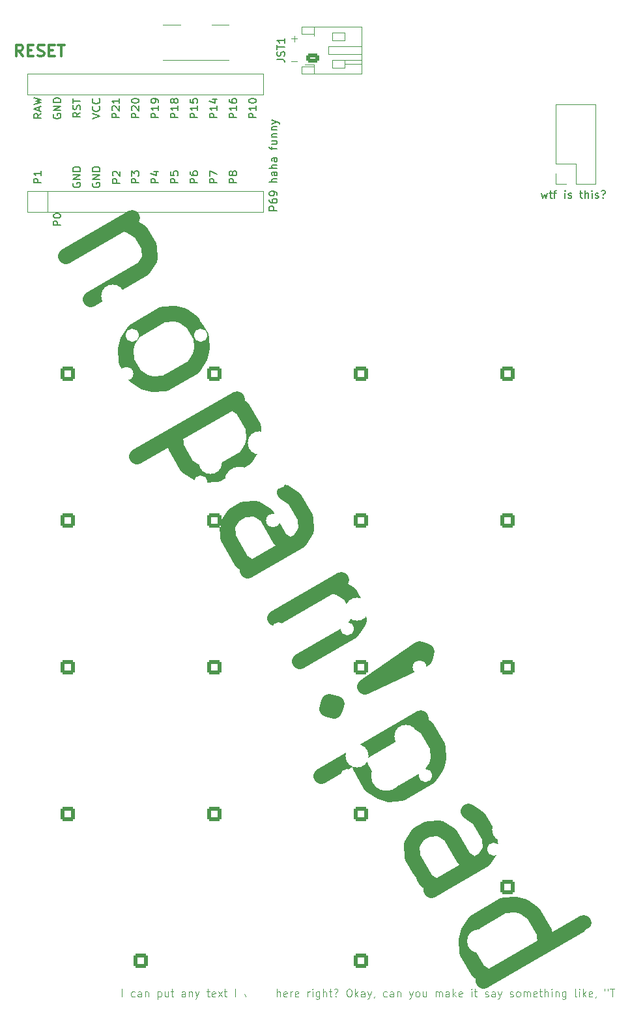
<source format=gbr>
%TF.GenerationSoftware,KiCad,Pcbnew,9.0.6*%
%TF.CreationDate,2026-01-02T18:32:11-05:00*%
%TF.ProjectId,nopanpad,6e6f7061-6e70-4616-942e-6b696361645f,first one lol*%
%TF.SameCoordinates,Original*%
%TF.FileFunction,Legend,Top*%
%TF.FilePolarity,Positive*%
%FSLAX46Y46*%
G04 Gerber Fmt 4.6, Leading zero omitted, Abs format (unit mm)*
G04 Created by KiCad (PCBNEW 9.0.6) date 2026-01-02 18:32:11*
%MOMM*%
%LPD*%
G01*
G04 APERTURE LIST*
G04 Aperture macros list*
%AMRoundRect*
0 Rectangle with rounded corners*
0 $1 Rounding radius*
0 $2 $3 $4 $5 $6 $7 $8 $9 X,Y pos of 4 corners*
0 Add a 4 corners polygon primitive as box body*
4,1,4,$2,$3,$4,$5,$6,$7,$8,$9,$2,$3,0*
0 Add four circle primitives for the rounded corners*
1,1,$1+$1,$2,$3*
1,1,$1+$1,$4,$5*
1,1,$1+$1,$6,$7*
1,1,$1+$1,$8,$9*
0 Add four rect primitives between the rounded corners*
20,1,$1+$1,$2,$3,$4,$5,0*
20,1,$1+$1,$4,$5,$6,$7,0*
20,1,$1+$1,$6,$7,$8,$9,0*
20,1,$1+$1,$8,$9,$2,$3,0*%
G04 Aperture macros list end*
%ADD10C,0.100000*%
%ADD11C,0.300000*%
%ADD12C,2.000000*%
%ADD13C,0.150000*%
%ADD14C,0.120000*%
%ADD15RoundRect,0.250000X0.625000X-0.350000X0.625000X0.350000X-0.625000X0.350000X-0.625000X-0.350000X0*%
%ADD16O,1.750000X1.200000*%
%ADD17O,2.200000X3.500000*%
%ADD18R,1.500000X2.500000*%
%ADD19O,1.500000X2.500000*%
%ADD20C,1.700000*%
%ADD21R,1.700000X1.700000*%
%ADD22C,1.701800*%
%ADD23C,3.000000*%
%ADD24C,3.987800*%
%ADD25RoundRect,0.250000X-0.650000X-0.650000X0.650000X-0.650000X0.650000X0.650000X-0.650000X0.650000X0*%
%ADD26C,1.800000*%
%ADD27C,3.048000*%
G04 APERTURE END LIST*
D10*
X146303884Y-33491466D02*
X147065789Y-33491466D01*
D11*
X111411653Y-32800828D02*
X110911653Y-32086542D01*
X110554510Y-32800828D02*
X110554510Y-31300828D01*
X110554510Y-31300828D02*
X111125939Y-31300828D01*
X111125939Y-31300828D02*
X111268796Y-31372257D01*
X111268796Y-31372257D02*
X111340225Y-31443685D01*
X111340225Y-31443685D02*
X111411653Y-31586542D01*
X111411653Y-31586542D02*
X111411653Y-31800828D01*
X111411653Y-31800828D02*
X111340225Y-31943685D01*
X111340225Y-31943685D02*
X111268796Y-32015114D01*
X111268796Y-32015114D02*
X111125939Y-32086542D01*
X111125939Y-32086542D02*
X110554510Y-32086542D01*
X112054510Y-32015114D02*
X112554510Y-32015114D01*
X112768796Y-32800828D02*
X112054510Y-32800828D01*
X112054510Y-32800828D02*
X112054510Y-31300828D01*
X112054510Y-31300828D02*
X112768796Y-31300828D01*
X113340225Y-32729400D02*
X113554511Y-32800828D01*
X113554511Y-32800828D02*
X113911653Y-32800828D01*
X113911653Y-32800828D02*
X114054511Y-32729400D01*
X114054511Y-32729400D02*
X114125939Y-32657971D01*
X114125939Y-32657971D02*
X114197368Y-32515114D01*
X114197368Y-32515114D02*
X114197368Y-32372257D01*
X114197368Y-32372257D02*
X114125939Y-32229400D01*
X114125939Y-32229400D02*
X114054511Y-32157971D01*
X114054511Y-32157971D02*
X113911653Y-32086542D01*
X113911653Y-32086542D02*
X113625939Y-32015114D01*
X113625939Y-32015114D02*
X113483082Y-31943685D01*
X113483082Y-31943685D02*
X113411653Y-31872257D01*
X113411653Y-31872257D02*
X113340225Y-31729400D01*
X113340225Y-31729400D02*
X113340225Y-31586542D01*
X113340225Y-31586542D02*
X113411653Y-31443685D01*
X113411653Y-31443685D02*
X113483082Y-31372257D01*
X113483082Y-31372257D02*
X113625939Y-31300828D01*
X113625939Y-31300828D02*
X113983082Y-31300828D01*
X113983082Y-31300828D02*
X114197368Y-31372257D01*
X114840224Y-32015114D02*
X115340224Y-32015114D01*
X115554510Y-32800828D02*
X114840224Y-32800828D01*
X114840224Y-32800828D02*
X114840224Y-31300828D01*
X114840224Y-31300828D02*
X115554510Y-31300828D01*
X115983082Y-31300828D02*
X116840225Y-31300828D01*
X116411653Y-32800828D02*
X116411653Y-31300828D01*
D12*
X125683530Y-53774684D02*
X117023276Y-58774684D01*
X124446351Y-54488970D02*
X125422083Y-54750416D01*
X125422083Y-54750416D02*
X126754959Y-55630453D01*
X126754959Y-55630453D02*
X127826387Y-57486221D01*
X127826387Y-57486221D02*
X127922083Y-59080543D01*
X127922083Y-59080543D02*
X127042047Y-60413419D01*
X127042047Y-60413419D02*
X120237562Y-64341990D01*
X124880419Y-72383655D02*
X124784723Y-70789333D01*
X124784723Y-70789333D02*
X125046170Y-69813600D01*
X125046170Y-69813600D02*
X125926206Y-68480725D01*
X125926206Y-68480725D02*
X129637744Y-66337868D01*
X129637744Y-66337868D02*
X131232066Y-66242172D01*
X131232066Y-66242172D02*
X132207798Y-66503619D01*
X132207798Y-66503619D02*
X133540673Y-67383655D01*
X133540673Y-67383655D02*
X134612102Y-69239424D01*
X134612102Y-69239424D02*
X134707798Y-70833746D01*
X134707798Y-70833746D02*
X134446351Y-71809478D01*
X134446351Y-71809478D02*
X133566315Y-73142353D01*
X133566315Y-73142353D02*
X129854778Y-75285211D01*
X129854778Y-75285211D02*
X128260455Y-75380907D01*
X128260455Y-75380907D02*
X127284723Y-75119460D01*
X127284723Y-75119460D02*
X125951848Y-74239424D01*
X125951848Y-74239424D02*
X124880419Y-72383655D01*
X139254959Y-77281088D02*
X126264578Y-84781088D01*
X138636370Y-77638231D02*
X139969245Y-78518268D01*
X139969245Y-78518268D02*
X141397816Y-80992626D01*
X141397816Y-80992626D02*
X141493512Y-82586948D01*
X141493512Y-82586948D02*
X141232066Y-83562680D01*
X141232066Y-83562680D02*
X140352029Y-84895556D01*
X140352029Y-84895556D02*
X136640492Y-87038413D01*
X136640492Y-87038413D02*
X135046170Y-87134109D01*
X135046170Y-87134109D02*
X134070438Y-86872662D01*
X134070438Y-86872662D02*
X132737562Y-85992626D01*
X132737562Y-85992626D02*
X131308991Y-83518268D01*
X131308991Y-83518268D02*
X131213295Y-81923946D01*
X140594705Y-99601597D02*
X147399191Y-95673026D01*
X147399191Y-95673026D02*
X148279227Y-94340150D01*
X148279227Y-94340150D02*
X148183531Y-92745828D01*
X148183531Y-92745828D02*
X146754959Y-90271470D01*
X146754959Y-90271470D02*
X145422084Y-89391434D01*
X141213295Y-99244454D02*
X139880420Y-98364418D01*
X139880420Y-98364418D02*
X138094705Y-95271470D01*
X138094705Y-95271470D02*
X137999009Y-93677148D01*
X137999009Y-93677148D02*
X138879045Y-92344273D01*
X138879045Y-92344273D02*
X140116225Y-91629987D01*
X140116225Y-91629987D02*
X141710547Y-91534291D01*
X141710547Y-91534291D02*
X143043422Y-92414327D01*
X143043422Y-92414327D02*
X144829136Y-95507275D01*
X144829136Y-95507275D02*
X146162012Y-96387311D01*
X152826388Y-100787493D02*
X144166134Y-105787493D01*
X151589209Y-101501779D02*
X152564941Y-101763225D01*
X152564941Y-101763225D02*
X153897817Y-102643262D01*
X153897817Y-102643262D02*
X154969245Y-104499030D01*
X154969245Y-104499030D02*
X155064941Y-106093352D01*
X155064941Y-106093352D02*
X154184905Y-107426228D01*
X154184905Y-107426228D02*
X147380420Y-111354799D01*
X152189028Y-116826410D02*
X151927581Y-117802142D01*
X151927581Y-117802142D02*
X150951849Y-117540695D01*
X150951849Y-117540695D02*
X151213295Y-116564963D01*
X151213295Y-116564963D02*
X152189028Y-116826410D01*
X152189028Y-116826410D02*
X150951849Y-117540695D01*
X155900565Y-114683552D02*
X162966497Y-109779249D01*
X162966497Y-109779249D02*
X163942230Y-110040695D01*
X163942230Y-110040695D02*
X163680783Y-111016428D01*
X163680783Y-111016428D02*
X155900565Y-114683552D01*
X155900565Y-114683552D02*
X163942230Y-110040695D01*
X163183531Y-118726591D02*
X150193150Y-126226591D01*
X162564942Y-119083734D02*
X163897817Y-119963770D01*
X163897817Y-119963770D02*
X165326388Y-122438128D01*
X165326388Y-122438128D02*
X165422084Y-124032450D01*
X165422084Y-124032450D02*
X165160638Y-125008183D01*
X165160638Y-125008183D02*
X164280601Y-126341058D01*
X164280601Y-126341058D02*
X160569064Y-128483915D01*
X160569064Y-128483915D02*
X158974742Y-128579611D01*
X158974742Y-128579611D02*
X157999010Y-128318165D01*
X157999010Y-128318165D02*
X156666134Y-127438128D01*
X156666134Y-127438128D02*
X155237563Y-124963770D01*
X155237563Y-124963770D02*
X155141867Y-123369448D01*
X164523277Y-141047099D02*
X171327763Y-137118528D01*
X171327763Y-137118528D02*
X172207799Y-135785653D01*
X172207799Y-135785653D02*
X172112103Y-134191331D01*
X172112103Y-134191331D02*
X170683531Y-131716972D01*
X170683531Y-131716972D02*
X169350656Y-130836936D01*
X165141867Y-140689957D02*
X163808992Y-139809920D01*
X163808992Y-139809920D02*
X162023277Y-136716972D01*
X162023277Y-136716972D02*
X161927581Y-135122650D01*
X161927581Y-135122650D02*
X162807617Y-133789775D01*
X162807617Y-133789775D02*
X164044797Y-133075489D01*
X164044797Y-133075489D02*
X165639119Y-132979793D01*
X165639119Y-132979793D02*
X166971994Y-133859830D01*
X166971994Y-133859830D02*
X168757708Y-136952777D01*
X168757708Y-136952777D02*
X170090584Y-137832814D01*
X171308992Y-152800302D02*
X184299373Y-145300302D01*
X171927581Y-152443159D02*
X170594706Y-151563123D01*
X170594706Y-151563123D02*
X169166135Y-149088764D01*
X169166135Y-149088764D02*
X169070439Y-147494442D01*
X169070439Y-147494442D02*
X169331885Y-146518710D01*
X169331885Y-146518710D02*
X170211922Y-145185835D01*
X170211922Y-145185835D02*
X173923459Y-143042977D01*
X173923459Y-143042977D02*
X175517781Y-142947281D01*
X175517781Y-142947281D02*
X176493513Y-143208728D01*
X176493513Y-143208728D02*
X177826389Y-144088764D01*
X177826389Y-144088764D02*
X179254960Y-146563123D01*
X179254960Y-146563123D02*
X179350656Y-148157445D01*
D10*
X146303884Y-30491466D02*
X147065789Y-30491466D01*
X146684836Y-30872419D02*
X146684836Y-30110514D01*
X124303884Y-154872419D02*
X124303884Y-153872419D01*
X125970550Y-154824800D02*
X125875312Y-154872419D01*
X125875312Y-154872419D02*
X125684836Y-154872419D01*
X125684836Y-154872419D02*
X125589598Y-154824800D01*
X125589598Y-154824800D02*
X125541979Y-154777180D01*
X125541979Y-154777180D02*
X125494360Y-154681942D01*
X125494360Y-154681942D02*
X125494360Y-154396228D01*
X125494360Y-154396228D02*
X125541979Y-154300990D01*
X125541979Y-154300990D02*
X125589598Y-154253371D01*
X125589598Y-154253371D02*
X125684836Y-154205752D01*
X125684836Y-154205752D02*
X125875312Y-154205752D01*
X125875312Y-154205752D02*
X125970550Y-154253371D01*
X126827693Y-154872419D02*
X126827693Y-154348609D01*
X126827693Y-154348609D02*
X126780074Y-154253371D01*
X126780074Y-154253371D02*
X126684836Y-154205752D01*
X126684836Y-154205752D02*
X126494360Y-154205752D01*
X126494360Y-154205752D02*
X126399122Y-154253371D01*
X126827693Y-154824800D02*
X126732455Y-154872419D01*
X126732455Y-154872419D02*
X126494360Y-154872419D01*
X126494360Y-154872419D02*
X126399122Y-154824800D01*
X126399122Y-154824800D02*
X126351503Y-154729561D01*
X126351503Y-154729561D02*
X126351503Y-154634323D01*
X126351503Y-154634323D02*
X126399122Y-154539085D01*
X126399122Y-154539085D02*
X126494360Y-154491466D01*
X126494360Y-154491466D02*
X126732455Y-154491466D01*
X126732455Y-154491466D02*
X126827693Y-154443847D01*
X127303884Y-154205752D02*
X127303884Y-154872419D01*
X127303884Y-154300990D02*
X127351503Y-154253371D01*
X127351503Y-154253371D02*
X127446741Y-154205752D01*
X127446741Y-154205752D02*
X127589598Y-154205752D01*
X127589598Y-154205752D02*
X127684836Y-154253371D01*
X127684836Y-154253371D02*
X127732455Y-154348609D01*
X127732455Y-154348609D02*
X127732455Y-154872419D01*
X128970551Y-154205752D02*
X128970551Y-155205752D01*
X128970551Y-154253371D02*
X129065789Y-154205752D01*
X129065789Y-154205752D02*
X129256265Y-154205752D01*
X129256265Y-154205752D02*
X129351503Y-154253371D01*
X129351503Y-154253371D02*
X129399122Y-154300990D01*
X129399122Y-154300990D02*
X129446741Y-154396228D01*
X129446741Y-154396228D02*
X129446741Y-154681942D01*
X129446741Y-154681942D02*
X129399122Y-154777180D01*
X129399122Y-154777180D02*
X129351503Y-154824800D01*
X129351503Y-154824800D02*
X129256265Y-154872419D01*
X129256265Y-154872419D02*
X129065789Y-154872419D01*
X129065789Y-154872419D02*
X128970551Y-154824800D01*
X130303884Y-154205752D02*
X130303884Y-154872419D01*
X129875313Y-154205752D02*
X129875313Y-154729561D01*
X129875313Y-154729561D02*
X129922932Y-154824800D01*
X129922932Y-154824800D02*
X130018170Y-154872419D01*
X130018170Y-154872419D02*
X130161027Y-154872419D01*
X130161027Y-154872419D02*
X130256265Y-154824800D01*
X130256265Y-154824800D02*
X130303884Y-154777180D01*
X130637218Y-154205752D02*
X131018170Y-154205752D01*
X130780075Y-153872419D02*
X130780075Y-154729561D01*
X130780075Y-154729561D02*
X130827694Y-154824800D01*
X130827694Y-154824800D02*
X130922932Y-154872419D01*
X130922932Y-154872419D02*
X131018170Y-154872419D01*
X132541980Y-154872419D02*
X132541980Y-154348609D01*
X132541980Y-154348609D02*
X132494361Y-154253371D01*
X132494361Y-154253371D02*
X132399123Y-154205752D01*
X132399123Y-154205752D02*
X132208647Y-154205752D01*
X132208647Y-154205752D02*
X132113409Y-154253371D01*
X132541980Y-154824800D02*
X132446742Y-154872419D01*
X132446742Y-154872419D02*
X132208647Y-154872419D01*
X132208647Y-154872419D02*
X132113409Y-154824800D01*
X132113409Y-154824800D02*
X132065790Y-154729561D01*
X132065790Y-154729561D02*
X132065790Y-154634323D01*
X132065790Y-154634323D02*
X132113409Y-154539085D01*
X132113409Y-154539085D02*
X132208647Y-154491466D01*
X132208647Y-154491466D02*
X132446742Y-154491466D01*
X132446742Y-154491466D02*
X132541980Y-154443847D01*
X133018171Y-154205752D02*
X133018171Y-154872419D01*
X133018171Y-154300990D02*
X133065790Y-154253371D01*
X133065790Y-154253371D02*
X133161028Y-154205752D01*
X133161028Y-154205752D02*
X133303885Y-154205752D01*
X133303885Y-154205752D02*
X133399123Y-154253371D01*
X133399123Y-154253371D02*
X133446742Y-154348609D01*
X133446742Y-154348609D02*
X133446742Y-154872419D01*
X133827695Y-154205752D02*
X134065790Y-154872419D01*
X134303885Y-154205752D02*
X134065790Y-154872419D01*
X134065790Y-154872419D02*
X133970552Y-155110514D01*
X133970552Y-155110514D02*
X133922933Y-155158133D01*
X133922933Y-155158133D02*
X133827695Y-155205752D01*
X135303886Y-154205752D02*
X135684838Y-154205752D01*
X135446743Y-153872419D02*
X135446743Y-154729561D01*
X135446743Y-154729561D02*
X135494362Y-154824800D01*
X135494362Y-154824800D02*
X135589600Y-154872419D01*
X135589600Y-154872419D02*
X135684838Y-154872419D01*
X136399124Y-154824800D02*
X136303886Y-154872419D01*
X136303886Y-154872419D02*
X136113410Y-154872419D01*
X136113410Y-154872419D02*
X136018172Y-154824800D01*
X136018172Y-154824800D02*
X135970553Y-154729561D01*
X135970553Y-154729561D02*
X135970553Y-154348609D01*
X135970553Y-154348609D02*
X136018172Y-154253371D01*
X136018172Y-154253371D02*
X136113410Y-154205752D01*
X136113410Y-154205752D02*
X136303886Y-154205752D01*
X136303886Y-154205752D02*
X136399124Y-154253371D01*
X136399124Y-154253371D02*
X136446743Y-154348609D01*
X136446743Y-154348609D02*
X136446743Y-154443847D01*
X136446743Y-154443847D02*
X135970553Y-154539085D01*
X136780077Y-154872419D02*
X137303886Y-154205752D01*
X136780077Y-154205752D02*
X137303886Y-154872419D01*
X137541982Y-154205752D02*
X137922934Y-154205752D01*
X137684839Y-153872419D02*
X137684839Y-154729561D01*
X137684839Y-154729561D02*
X137732458Y-154824800D01*
X137732458Y-154824800D02*
X137827696Y-154872419D01*
X137827696Y-154872419D02*
X137922934Y-154872419D01*
X139018173Y-154872419D02*
X139018173Y-153872419D01*
X140161030Y-154205752D02*
X140351506Y-154872419D01*
X140351506Y-154872419D02*
X140541982Y-154396228D01*
X140541982Y-154396228D02*
X140732458Y-154872419D01*
X140732458Y-154872419D02*
X140922934Y-154205752D01*
X141732458Y-154872419D02*
X141732458Y-154348609D01*
X141732458Y-154348609D02*
X141684839Y-154253371D01*
X141684839Y-154253371D02*
X141589601Y-154205752D01*
X141589601Y-154205752D02*
X141399125Y-154205752D01*
X141399125Y-154205752D02*
X141303887Y-154253371D01*
X141732458Y-154824800D02*
X141637220Y-154872419D01*
X141637220Y-154872419D02*
X141399125Y-154872419D01*
X141399125Y-154872419D02*
X141303887Y-154824800D01*
X141303887Y-154824800D02*
X141256268Y-154729561D01*
X141256268Y-154729561D02*
X141256268Y-154634323D01*
X141256268Y-154634323D02*
X141303887Y-154539085D01*
X141303887Y-154539085D02*
X141399125Y-154491466D01*
X141399125Y-154491466D02*
X141637220Y-154491466D01*
X141637220Y-154491466D02*
X141732458Y-154443847D01*
X142208649Y-154205752D02*
X142208649Y-154872419D01*
X142208649Y-154300990D02*
X142256268Y-154253371D01*
X142256268Y-154253371D02*
X142351506Y-154205752D01*
X142351506Y-154205752D02*
X142494363Y-154205752D01*
X142494363Y-154205752D02*
X142589601Y-154253371D01*
X142589601Y-154253371D02*
X142637220Y-154348609D01*
X142637220Y-154348609D02*
X142637220Y-154872419D01*
X142970554Y-154205752D02*
X143351506Y-154205752D01*
X143113411Y-153872419D02*
X143113411Y-154729561D01*
X143113411Y-154729561D02*
X143161030Y-154824800D01*
X143161030Y-154824800D02*
X143256268Y-154872419D01*
X143256268Y-154872419D02*
X143351506Y-154872419D01*
X144446745Y-154872419D02*
X144446745Y-153872419D01*
X144875316Y-154872419D02*
X144875316Y-154348609D01*
X144875316Y-154348609D02*
X144827697Y-154253371D01*
X144827697Y-154253371D02*
X144732459Y-154205752D01*
X144732459Y-154205752D02*
X144589602Y-154205752D01*
X144589602Y-154205752D02*
X144494364Y-154253371D01*
X144494364Y-154253371D02*
X144446745Y-154300990D01*
X145732459Y-154824800D02*
X145637221Y-154872419D01*
X145637221Y-154872419D02*
X145446745Y-154872419D01*
X145446745Y-154872419D02*
X145351507Y-154824800D01*
X145351507Y-154824800D02*
X145303888Y-154729561D01*
X145303888Y-154729561D02*
X145303888Y-154348609D01*
X145303888Y-154348609D02*
X145351507Y-154253371D01*
X145351507Y-154253371D02*
X145446745Y-154205752D01*
X145446745Y-154205752D02*
X145637221Y-154205752D01*
X145637221Y-154205752D02*
X145732459Y-154253371D01*
X145732459Y-154253371D02*
X145780078Y-154348609D01*
X145780078Y-154348609D02*
X145780078Y-154443847D01*
X145780078Y-154443847D02*
X145303888Y-154539085D01*
X146208650Y-154872419D02*
X146208650Y-154205752D01*
X146208650Y-154396228D02*
X146256269Y-154300990D01*
X146256269Y-154300990D02*
X146303888Y-154253371D01*
X146303888Y-154253371D02*
X146399126Y-154205752D01*
X146399126Y-154205752D02*
X146494364Y-154205752D01*
X147208650Y-154824800D02*
X147113412Y-154872419D01*
X147113412Y-154872419D02*
X146922936Y-154872419D01*
X146922936Y-154872419D02*
X146827698Y-154824800D01*
X146827698Y-154824800D02*
X146780079Y-154729561D01*
X146780079Y-154729561D02*
X146780079Y-154348609D01*
X146780079Y-154348609D02*
X146827698Y-154253371D01*
X146827698Y-154253371D02*
X146922936Y-154205752D01*
X146922936Y-154205752D02*
X147113412Y-154205752D01*
X147113412Y-154205752D02*
X147208650Y-154253371D01*
X147208650Y-154253371D02*
X147256269Y-154348609D01*
X147256269Y-154348609D02*
X147256269Y-154443847D01*
X147256269Y-154443847D02*
X146780079Y-154539085D01*
X148446746Y-154872419D02*
X148446746Y-154205752D01*
X148446746Y-154396228D02*
X148494365Y-154300990D01*
X148494365Y-154300990D02*
X148541984Y-154253371D01*
X148541984Y-154253371D02*
X148637222Y-154205752D01*
X148637222Y-154205752D02*
X148732460Y-154205752D01*
X149065794Y-154872419D02*
X149065794Y-154205752D01*
X149065794Y-153872419D02*
X149018175Y-153920038D01*
X149018175Y-153920038D02*
X149065794Y-153967657D01*
X149065794Y-153967657D02*
X149113413Y-153920038D01*
X149113413Y-153920038D02*
X149065794Y-153872419D01*
X149065794Y-153872419D02*
X149065794Y-153967657D01*
X149970555Y-154205752D02*
X149970555Y-155015276D01*
X149970555Y-155015276D02*
X149922936Y-155110514D01*
X149922936Y-155110514D02*
X149875317Y-155158133D01*
X149875317Y-155158133D02*
X149780079Y-155205752D01*
X149780079Y-155205752D02*
X149637222Y-155205752D01*
X149637222Y-155205752D02*
X149541984Y-155158133D01*
X149970555Y-154824800D02*
X149875317Y-154872419D01*
X149875317Y-154872419D02*
X149684841Y-154872419D01*
X149684841Y-154872419D02*
X149589603Y-154824800D01*
X149589603Y-154824800D02*
X149541984Y-154777180D01*
X149541984Y-154777180D02*
X149494365Y-154681942D01*
X149494365Y-154681942D02*
X149494365Y-154396228D01*
X149494365Y-154396228D02*
X149541984Y-154300990D01*
X149541984Y-154300990D02*
X149589603Y-154253371D01*
X149589603Y-154253371D02*
X149684841Y-154205752D01*
X149684841Y-154205752D02*
X149875317Y-154205752D01*
X149875317Y-154205752D02*
X149970555Y-154253371D01*
X150446746Y-154872419D02*
X150446746Y-153872419D01*
X150875317Y-154872419D02*
X150875317Y-154348609D01*
X150875317Y-154348609D02*
X150827698Y-154253371D01*
X150827698Y-154253371D02*
X150732460Y-154205752D01*
X150732460Y-154205752D02*
X150589603Y-154205752D01*
X150589603Y-154205752D02*
X150494365Y-154253371D01*
X150494365Y-154253371D02*
X150446746Y-154300990D01*
X151208651Y-154205752D02*
X151589603Y-154205752D01*
X151351508Y-153872419D02*
X151351508Y-154729561D01*
X151351508Y-154729561D02*
X151399127Y-154824800D01*
X151399127Y-154824800D02*
X151494365Y-154872419D01*
X151494365Y-154872419D02*
X151589603Y-154872419D01*
X152065794Y-154777180D02*
X152113413Y-154824800D01*
X152113413Y-154824800D02*
X152065794Y-154872419D01*
X152065794Y-154872419D02*
X152018175Y-154824800D01*
X152018175Y-154824800D02*
X152065794Y-154777180D01*
X152065794Y-154777180D02*
X152065794Y-154872419D01*
X151875318Y-153920038D02*
X151970556Y-153872419D01*
X151970556Y-153872419D02*
X152208651Y-153872419D01*
X152208651Y-153872419D02*
X152303889Y-153920038D01*
X152303889Y-153920038D02*
X152351508Y-154015276D01*
X152351508Y-154015276D02*
X152351508Y-154110514D01*
X152351508Y-154110514D02*
X152303889Y-154205752D01*
X152303889Y-154205752D02*
X152256270Y-154253371D01*
X152256270Y-154253371D02*
X152161032Y-154300990D01*
X152161032Y-154300990D02*
X152113413Y-154348609D01*
X152113413Y-154348609D02*
X152065794Y-154443847D01*
X152065794Y-154443847D02*
X152065794Y-154491466D01*
X153732461Y-153872419D02*
X153922937Y-153872419D01*
X153922937Y-153872419D02*
X154018175Y-153920038D01*
X154018175Y-153920038D02*
X154113413Y-154015276D01*
X154113413Y-154015276D02*
X154161032Y-154205752D01*
X154161032Y-154205752D02*
X154161032Y-154539085D01*
X154161032Y-154539085D02*
X154113413Y-154729561D01*
X154113413Y-154729561D02*
X154018175Y-154824800D01*
X154018175Y-154824800D02*
X153922937Y-154872419D01*
X153922937Y-154872419D02*
X153732461Y-154872419D01*
X153732461Y-154872419D02*
X153637223Y-154824800D01*
X153637223Y-154824800D02*
X153541985Y-154729561D01*
X153541985Y-154729561D02*
X153494366Y-154539085D01*
X153494366Y-154539085D02*
X153494366Y-154205752D01*
X153494366Y-154205752D02*
X153541985Y-154015276D01*
X153541985Y-154015276D02*
X153637223Y-153920038D01*
X153637223Y-153920038D02*
X153732461Y-153872419D01*
X154589604Y-154872419D02*
X154589604Y-153872419D01*
X154684842Y-154491466D02*
X154970556Y-154872419D01*
X154970556Y-154205752D02*
X154589604Y-154586704D01*
X155827699Y-154872419D02*
X155827699Y-154348609D01*
X155827699Y-154348609D02*
X155780080Y-154253371D01*
X155780080Y-154253371D02*
X155684842Y-154205752D01*
X155684842Y-154205752D02*
X155494366Y-154205752D01*
X155494366Y-154205752D02*
X155399128Y-154253371D01*
X155827699Y-154824800D02*
X155732461Y-154872419D01*
X155732461Y-154872419D02*
X155494366Y-154872419D01*
X155494366Y-154872419D02*
X155399128Y-154824800D01*
X155399128Y-154824800D02*
X155351509Y-154729561D01*
X155351509Y-154729561D02*
X155351509Y-154634323D01*
X155351509Y-154634323D02*
X155399128Y-154539085D01*
X155399128Y-154539085D02*
X155494366Y-154491466D01*
X155494366Y-154491466D02*
X155732461Y-154491466D01*
X155732461Y-154491466D02*
X155827699Y-154443847D01*
X156208652Y-154205752D02*
X156446747Y-154872419D01*
X156684842Y-154205752D02*
X156446747Y-154872419D01*
X156446747Y-154872419D02*
X156351509Y-155110514D01*
X156351509Y-155110514D02*
X156303890Y-155158133D01*
X156303890Y-155158133D02*
X156208652Y-155205752D01*
X157113414Y-154824800D02*
X157113414Y-154872419D01*
X157113414Y-154872419D02*
X157065795Y-154967657D01*
X157065795Y-154967657D02*
X157018176Y-155015276D01*
X158732461Y-154824800D02*
X158637223Y-154872419D01*
X158637223Y-154872419D02*
X158446747Y-154872419D01*
X158446747Y-154872419D02*
X158351509Y-154824800D01*
X158351509Y-154824800D02*
X158303890Y-154777180D01*
X158303890Y-154777180D02*
X158256271Y-154681942D01*
X158256271Y-154681942D02*
X158256271Y-154396228D01*
X158256271Y-154396228D02*
X158303890Y-154300990D01*
X158303890Y-154300990D02*
X158351509Y-154253371D01*
X158351509Y-154253371D02*
X158446747Y-154205752D01*
X158446747Y-154205752D02*
X158637223Y-154205752D01*
X158637223Y-154205752D02*
X158732461Y-154253371D01*
X159589604Y-154872419D02*
X159589604Y-154348609D01*
X159589604Y-154348609D02*
X159541985Y-154253371D01*
X159541985Y-154253371D02*
X159446747Y-154205752D01*
X159446747Y-154205752D02*
X159256271Y-154205752D01*
X159256271Y-154205752D02*
X159161033Y-154253371D01*
X159589604Y-154824800D02*
X159494366Y-154872419D01*
X159494366Y-154872419D02*
X159256271Y-154872419D01*
X159256271Y-154872419D02*
X159161033Y-154824800D01*
X159161033Y-154824800D02*
X159113414Y-154729561D01*
X159113414Y-154729561D02*
X159113414Y-154634323D01*
X159113414Y-154634323D02*
X159161033Y-154539085D01*
X159161033Y-154539085D02*
X159256271Y-154491466D01*
X159256271Y-154491466D02*
X159494366Y-154491466D01*
X159494366Y-154491466D02*
X159589604Y-154443847D01*
X160065795Y-154205752D02*
X160065795Y-154872419D01*
X160065795Y-154300990D02*
X160113414Y-154253371D01*
X160113414Y-154253371D02*
X160208652Y-154205752D01*
X160208652Y-154205752D02*
X160351509Y-154205752D01*
X160351509Y-154205752D02*
X160446747Y-154253371D01*
X160446747Y-154253371D02*
X160494366Y-154348609D01*
X160494366Y-154348609D02*
X160494366Y-154872419D01*
X161637224Y-154205752D02*
X161875319Y-154872419D01*
X162113414Y-154205752D02*
X161875319Y-154872419D01*
X161875319Y-154872419D02*
X161780081Y-155110514D01*
X161780081Y-155110514D02*
X161732462Y-155158133D01*
X161732462Y-155158133D02*
X161637224Y-155205752D01*
X162637224Y-154872419D02*
X162541986Y-154824800D01*
X162541986Y-154824800D02*
X162494367Y-154777180D01*
X162494367Y-154777180D02*
X162446748Y-154681942D01*
X162446748Y-154681942D02*
X162446748Y-154396228D01*
X162446748Y-154396228D02*
X162494367Y-154300990D01*
X162494367Y-154300990D02*
X162541986Y-154253371D01*
X162541986Y-154253371D02*
X162637224Y-154205752D01*
X162637224Y-154205752D02*
X162780081Y-154205752D01*
X162780081Y-154205752D02*
X162875319Y-154253371D01*
X162875319Y-154253371D02*
X162922938Y-154300990D01*
X162922938Y-154300990D02*
X162970557Y-154396228D01*
X162970557Y-154396228D02*
X162970557Y-154681942D01*
X162970557Y-154681942D02*
X162922938Y-154777180D01*
X162922938Y-154777180D02*
X162875319Y-154824800D01*
X162875319Y-154824800D02*
X162780081Y-154872419D01*
X162780081Y-154872419D02*
X162637224Y-154872419D01*
X163827700Y-154205752D02*
X163827700Y-154872419D01*
X163399129Y-154205752D02*
X163399129Y-154729561D01*
X163399129Y-154729561D02*
X163446748Y-154824800D01*
X163446748Y-154824800D02*
X163541986Y-154872419D01*
X163541986Y-154872419D02*
X163684843Y-154872419D01*
X163684843Y-154872419D02*
X163780081Y-154824800D01*
X163780081Y-154824800D02*
X163827700Y-154777180D01*
X165065796Y-154872419D02*
X165065796Y-154205752D01*
X165065796Y-154300990D02*
X165113415Y-154253371D01*
X165113415Y-154253371D02*
X165208653Y-154205752D01*
X165208653Y-154205752D02*
X165351510Y-154205752D01*
X165351510Y-154205752D02*
X165446748Y-154253371D01*
X165446748Y-154253371D02*
X165494367Y-154348609D01*
X165494367Y-154348609D02*
X165494367Y-154872419D01*
X165494367Y-154348609D02*
X165541986Y-154253371D01*
X165541986Y-154253371D02*
X165637224Y-154205752D01*
X165637224Y-154205752D02*
X165780081Y-154205752D01*
X165780081Y-154205752D02*
X165875320Y-154253371D01*
X165875320Y-154253371D02*
X165922939Y-154348609D01*
X165922939Y-154348609D02*
X165922939Y-154872419D01*
X166827700Y-154872419D02*
X166827700Y-154348609D01*
X166827700Y-154348609D02*
X166780081Y-154253371D01*
X166780081Y-154253371D02*
X166684843Y-154205752D01*
X166684843Y-154205752D02*
X166494367Y-154205752D01*
X166494367Y-154205752D02*
X166399129Y-154253371D01*
X166827700Y-154824800D02*
X166732462Y-154872419D01*
X166732462Y-154872419D02*
X166494367Y-154872419D01*
X166494367Y-154872419D02*
X166399129Y-154824800D01*
X166399129Y-154824800D02*
X166351510Y-154729561D01*
X166351510Y-154729561D02*
X166351510Y-154634323D01*
X166351510Y-154634323D02*
X166399129Y-154539085D01*
X166399129Y-154539085D02*
X166494367Y-154491466D01*
X166494367Y-154491466D02*
X166732462Y-154491466D01*
X166732462Y-154491466D02*
X166827700Y-154443847D01*
X167303891Y-154872419D02*
X167303891Y-153872419D01*
X167399129Y-154491466D02*
X167684843Y-154872419D01*
X167684843Y-154205752D02*
X167303891Y-154586704D01*
X168494367Y-154824800D02*
X168399129Y-154872419D01*
X168399129Y-154872419D02*
X168208653Y-154872419D01*
X168208653Y-154872419D02*
X168113415Y-154824800D01*
X168113415Y-154824800D02*
X168065796Y-154729561D01*
X168065796Y-154729561D02*
X168065796Y-154348609D01*
X168065796Y-154348609D02*
X168113415Y-154253371D01*
X168113415Y-154253371D02*
X168208653Y-154205752D01*
X168208653Y-154205752D02*
X168399129Y-154205752D01*
X168399129Y-154205752D02*
X168494367Y-154253371D01*
X168494367Y-154253371D02*
X168541986Y-154348609D01*
X168541986Y-154348609D02*
X168541986Y-154443847D01*
X168541986Y-154443847D02*
X168065796Y-154539085D01*
X169732463Y-154872419D02*
X169732463Y-154205752D01*
X169732463Y-153872419D02*
X169684844Y-153920038D01*
X169684844Y-153920038D02*
X169732463Y-153967657D01*
X169732463Y-153967657D02*
X169780082Y-153920038D01*
X169780082Y-153920038D02*
X169732463Y-153872419D01*
X169732463Y-153872419D02*
X169732463Y-153967657D01*
X170065796Y-154205752D02*
X170446748Y-154205752D01*
X170208653Y-153872419D02*
X170208653Y-154729561D01*
X170208653Y-154729561D02*
X170256272Y-154824800D01*
X170256272Y-154824800D02*
X170351510Y-154872419D01*
X170351510Y-154872419D02*
X170446748Y-154872419D01*
X171494368Y-154824800D02*
X171589606Y-154872419D01*
X171589606Y-154872419D02*
X171780082Y-154872419D01*
X171780082Y-154872419D02*
X171875320Y-154824800D01*
X171875320Y-154824800D02*
X171922939Y-154729561D01*
X171922939Y-154729561D02*
X171922939Y-154681942D01*
X171922939Y-154681942D02*
X171875320Y-154586704D01*
X171875320Y-154586704D02*
X171780082Y-154539085D01*
X171780082Y-154539085D02*
X171637225Y-154539085D01*
X171637225Y-154539085D02*
X171541987Y-154491466D01*
X171541987Y-154491466D02*
X171494368Y-154396228D01*
X171494368Y-154396228D02*
X171494368Y-154348609D01*
X171494368Y-154348609D02*
X171541987Y-154253371D01*
X171541987Y-154253371D02*
X171637225Y-154205752D01*
X171637225Y-154205752D02*
X171780082Y-154205752D01*
X171780082Y-154205752D02*
X171875320Y-154253371D01*
X172780082Y-154872419D02*
X172780082Y-154348609D01*
X172780082Y-154348609D02*
X172732463Y-154253371D01*
X172732463Y-154253371D02*
X172637225Y-154205752D01*
X172637225Y-154205752D02*
X172446749Y-154205752D01*
X172446749Y-154205752D02*
X172351511Y-154253371D01*
X172780082Y-154824800D02*
X172684844Y-154872419D01*
X172684844Y-154872419D02*
X172446749Y-154872419D01*
X172446749Y-154872419D02*
X172351511Y-154824800D01*
X172351511Y-154824800D02*
X172303892Y-154729561D01*
X172303892Y-154729561D02*
X172303892Y-154634323D01*
X172303892Y-154634323D02*
X172351511Y-154539085D01*
X172351511Y-154539085D02*
X172446749Y-154491466D01*
X172446749Y-154491466D02*
X172684844Y-154491466D01*
X172684844Y-154491466D02*
X172780082Y-154443847D01*
X173161035Y-154205752D02*
X173399130Y-154872419D01*
X173637225Y-154205752D02*
X173399130Y-154872419D01*
X173399130Y-154872419D02*
X173303892Y-155110514D01*
X173303892Y-155110514D02*
X173256273Y-155158133D01*
X173256273Y-155158133D02*
X173161035Y-155205752D01*
X174732464Y-154824800D02*
X174827702Y-154872419D01*
X174827702Y-154872419D02*
X175018178Y-154872419D01*
X175018178Y-154872419D02*
X175113416Y-154824800D01*
X175113416Y-154824800D02*
X175161035Y-154729561D01*
X175161035Y-154729561D02*
X175161035Y-154681942D01*
X175161035Y-154681942D02*
X175113416Y-154586704D01*
X175113416Y-154586704D02*
X175018178Y-154539085D01*
X175018178Y-154539085D02*
X174875321Y-154539085D01*
X174875321Y-154539085D02*
X174780083Y-154491466D01*
X174780083Y-154491466D02*
X174732464Y-154396228D01*
X174732464Y-154396228D02*
X174732464Y-154348609D01*
X174732464Y-154348609D02*
X174780083Y-154253371D01*
X174780083Y-154253371D02*
X174875321Y-154205752D01*
X174875321Y-154205752D02*
X175018178Y-154205752D01*
X175018178Y-154205752D02*
X175113416Y-154253371D01*
X175732464Y-154872419D02*
X175637226Y-154824800D01*
X175637226Y-154824800D02*
X175589607Y-154777180D01*
X175589607Y-154777180D02*
X175541988Y-154681942D01*
X175541988Y-154681942D02*
X175541988Y-154396228D01*
X175541988Y-154396228D02*
X175589607Y-154300990D01*
X175589607Y-154300990D02*
X175637226Y-154253371D01*
X175637226Y-154253371D02*
X175732464Y-154205752D01*
X175732464Y-154205752D02*
X175875321Y-154205752D01*
X175875321Y-154205752D02*
X175970559Y-154253371D01*
X175970559Y-154253371D02*
X176018178Y-154300990D01*
X176018178Y-154300990D02*
X176065797Y-154396228D01*
X176065797Y-154396228D02*
X176065797Y-154681942D01*
X176065797Y-154681942D02*
X176018178Y-154777180D01*
X176018178Y-154777180D02*
X175970559Y-154824800D01*
X175970559Y-154824800D02*
X175875321Y-154872419D01*
X175875321Y-154872419D02*
X175732464Y-154872419D01*
X176494369Y-154872419D02*
X176494369Y-154205752D01*
X176494369Y-154300990D02*
X176541988Y-154253371D01*
X176541988Y-154253371D02*
X176637226Y-154205752D01*
X176637226Y-154205752D02*
X176780083Y-154205752D01*
X176780083Y-154205752D02*
X176875321Y-154253371D01*
X176875321Y-154253371D02*
X176922940Y-154348609D01*
X176922940Y-154348609D02*
X176922940Y-154872419D01*
X176922940Y-154348609D02*
X176970559Y-154253371D01*
X176970559Y-154253371D02*
X177065797Y-154205752D01*
X177065797Y-154205752D02*
X177208654Y-154205752D01*
X177208654Y-154205752D02*
X177303893Y-154253371D01*
X177303893Y-154253371D02*
X177351512Y-154348609D01*
X177351512Y-154348609D02*
X177351512Y-154872419D01*
X178208654Y-154824800D02*
X178113416Y-154872419D01*
X178113416Y-154872419D02*
X177922940Y-154872419D01*
X177922940Y-154872419D02*
X177827702Y-154824800D01*
X177827702Y-154824800D02*
X177780083Y-154729561D01*
X177780083Y-154729561D02*
X177780083Y-154348609D01*
X177780083Y-154348609D02*
X177827702Y-154253371D01*
X177827702Y-154253371D02*
X177922940Y-154205752D01*
X177922940Y-154205752D02*
X178113416Y-154205752D01*
X178113416Y-154205752D02*
X178208654Y-154253371D01*
X178208654Y-154253371D02*
X178256273Y-154348609D01*
X178256273Y-154348609D02*
X178256273Y-154443847D01*
X178256273Y-154443847D02*
X177780083Y-154539085D01*
X178541988Y-154205752D02*
X178922940Y-154205752D01*
X178684845Y-153872419D02*
X178684845Y-154729561D01*
X178684845Y-154729561D02*
X178732464Y-154824800D01*
X178732464Y-154824800D02*
X178827702Y-154872419D01*
X178827702Y-154872419D02*
X178922940Y-154872419D01*
X179256274Y-154872419D02*
X179256274Y-153872419D01*
X179684845Y-154872419D02*
X179684845Y-154348609D01*
X179684845Y-154348609D02*
X179637226Y-154253371D01*
X179637226Y-154253371D02*
X179541988Y-154205752D01*
X179541988Y-154205752D02*
X179399131Y-154205752D01*
X179399131Y-154205752D02*
X179303893Y-154253371D01*
X179303893Y-154253371D02*
X179256274Y-154300990D01*
X180161036Y-154872419D02*
X180161036Y-154205752D01*
X180161036Y-153872419D02*
X180113417Y-153920038D01*
X180113417Y-153920038D02*
X180161036Y-153967657D01*
X180161036Y-153967657D02*
X180208655Y-153920038D01*
X180208655Y-153920038D02*
X180161036Y-153872419D01*
X180161036Y-153872419D02*
X180161036Y-153967657D01*
X180637226Y-154205752D02*
X180637226Y-154872419D01*
X180637226Y-154300990D02*
X180684845Y-154253371D01*
X180684845Y-154253371D02*
X180780083Y-154205752D01*
X180780083Y-154205752D02*
X180922940Y-154205752D01*
X180922940Y-154205752D02*
X181018178Y-154253371D01*
X181018178Y-154253371D02*
X181065797Y-154348609D01*
X181065797Y-154348609D02*
X181065797Y-154872419D01*
X181970559Y-154205752D02*
X181970559Y-155015276D01*
X181970559Y-155015276D02*
X181922940Y-155110514D01*
X181922940Y-155110514D02*
X181875321Y-155158133D01*
X181875321Y-155158133D02*
X181780083Y-155205752D01*
X181780083Y-155205752D02*
X181637226Y-155205752D01*
X181637226Y-155205752D02*
X181541988Y-155158133D01*
X181970559Y-154824800D02*
X181875321Y-154872419D01*
X181875321Y-154872419D02*
X181684845Y-154872419D01*
X181684845Y-154872419D02*
X181589607Y-154824800D01*
X181589607Y-154824800D02*
X181541988Y-154777180D01*
X181541988Y-154777180D02*
X181494369Y-154681942D01*
X181494369Y-154681942D02*
X181494369Y-154396228D01*
X181494369Y-154396228D02*
X181541988Y-154300990D01*
X181541988Y-154300990D02*
X181589607Y-154253371D01*
X181589607Y-154253371D02*
X181684845Y-154205752D01*
X181684845Y-154205752D02*
X181875321Y-154205752D01*
X181875321Y-154205752D02*
X181970559Y-154253371D01*
X183351512Y-154872419D02*
X183256274Y-154824800D01*
X183256274Y-154824800D02*
X183208655Y-154729561D01*
X183208655Y-154729561D02*
X183208655Y-153872419D01*
X183732465Y-154872419D02*
X183732465Y-154205752D01*
X183732465Y-153872419D02*
X183684846Y-153920038D01*
X183684846Y-153920038D02*
X183732465Y-153967657D01*
X183732465Y-153967657D02*
X183780084Y-153920038D01*
X183780084Y-153920038D02*
X183732465Y-153872419D01*
X183732465Y-153872419D02*
X183732465Y-153967657D01*
X184208655Y-154872419D02*
X184208655Y-153872419D01*
X184303893Y-154491466D02*
X184589607Y-154872419D01*
X184589607Y-154205752D02*
X184208655Y-154586704D01*
X185399131Y-154824800D02*
X185303893Y-154872419D01*
X185303893Y-154872419D02*
X185113417Y-154872419D01*
X185113417Y-154872419D02*
X185018179Y-154824800D01*
X185018179Y-154824800D02*
X184970560Y-154729561D01*
X184970560Y-154729561D02*
X184970560Y-154348609D01*
X184970560Y-154348609D02*
X185018179Y-154253371D01*
X185018179Y-154253371D02*
X185113417Y-154205752D01*
X185113417Y-154205752D02*
X185303893Y-154205752D01*
X185303893Y-154205752D02*
X185399131Y-154253371D01*
X185399131Y-154253371D02*
X185446750Y-154348609D01*
X185446750Y-154348609D02*
X185446750Y-154443847D01*
X185446750Y-154443847D02*
X184970560Y-154539085D01*
X185922941Y-154824800D02*
X185922941Y-154872419D01*
X185922941Y-154872419D02*
X185875322Y-154967657D01*
X185875322Y-154967657D02*
X185827703Y-155015276D01*
X187065798Y-153872419D02*
X187065798Y-154062895D01*
X187446750Y-153872419D02*
X187446750Y-154062895D01*
X187732465Y-153872419D02*
X188303893Y-153872419D01*
X188018179Y-154872419D02*
X188018179Y-153872419D01*
D13*
X144454819Y-33190476D02*
X145169104Y-33190476D01*
X145169104Y-33190476D02*
X145311961Y-33238095D01*
X145311961Y-33238095D02*
X145407200Y-33333333D01*
X145407200Y-33333333D02*
X145454819Y-33476190D01*
X145454819Y-33476190D02*
X145454819Y-33571428D01*
X145407200Y-32761904D02*
X145454819Y-32619047D01*
X145454819Y-32619047D02*
X145454819Y-32380952D01*
X145454819Y-32380952D02*
X145407200Y-32285714D01*
X145407200Y-32285714D02*
X145359580Y-32238095D01*
X145359580Y-32238095D02*
X145264342Y-32190476D01*
X145264342Y-32190476D02*
X145169104Y-32190476D01*
X145169104Y-32190476D02*
X145073866Y-32238095D01*
X145073866Y-32238095D02*
X145026247Y-32285714D01*
X145026247Y-32285714D02*
X144978628Y-32380952D01*
X144978628Y-32380952D02*
X144931009Y-32571428D01*
X144931009Y-32571428D02*
X144883390Y-32666666D01*
X144883390Y-32666666D02*
X144835771Y-32714285D01*
X144835771Y-32714285D02*
X144740533Y-32761904D01*
X144740533Y-32761904D02*
X144645295Y-32761904D01*
X144645295Y-32761904D02*
X144550057Y-32714285D01*
X144550057Y-32714285D02*
X144502438Y-32666666D01*
X144502438Y-32666666D02*
X144454819Y-32571428D01*
X144454819Y-32571428D02*
X144454819Y-32333333D01*
X144454819Y-32333333D02*
X144502438Y-32190476D01*
X144454819Y-31904761D02*
X144454819Y-31333333D01*
X145454819Y-31619047D02*
X144454819Y-31619047D01*
X145454819Y-30476190D02*
X145454819Y-31047618D01*
X145454819Y-30761904D02*
X144454819Y-30761904D01*
X144454819Y-30761904D02*
X144597676Y-30857142D01*
X144597676Y-30857142D02*
X144692914Y-30952380D01*
X144692914Y-30952380D02*
X144740533Y-31047618D01*
X136689819Y-49233094D02*
X135689819Y-49233094D01*
X135689819Y-49233094D02*
X135689819Y-48852142D01*
X135689819Y-48852142D02*
X135737438Y-48756904D01*
X135737438Y-48756904D02*
X135785057Y-48709285D01*
X135785057Y-48709285D02*
X135880295Y-48661666D01*
X135880295Y-48661666D02*
X136023152Y-48661666D01*
X136023152Y-48661666D02*
X136118390Y-48709285D01*
X136118390Y-48709285D02*
X136166009Y-48756904D01*
X136166009Y-48756904D02*
X136213628Y-48852142D01*
X136213628Y-48852142D02*
X136213628Y-49233094D01*
X135689819Y-48328332D02*
X135689819Y-47661666D01*
X135689819Y-47661666D02*
X136689819Y-48090237D01*
X123989819Y-40769285D02*
X122989819Y-40769285D01*
X122989819Y-40769285D02*
X122989819Y-40388333D01*
X122989819Y-40388333D02*
X123037438Y-40293095D01*
X123037438Y-40293095D02*
X123085057Y-40245476D01*
X123085057Y-40245476D02*
X123180295Y-40197857D01*
X123180295Y-40197857D02*
X123323152Y-40197857D01*
X123323152Y-40197857D02*
X123418390Y-40245476D01*
X123418390Y-40245476D02*
X123466009Y-40293095D01*
X123466009Y-40293095D02*
X123513628Y-40388333D01*
X123513628Y-40388333D02*
X123513628Y-40769285D01*
X123085057Y-39816904D02*
X123037438Y-39769285D01*
X123037438Y-39769285D02*
X122989819Y-39674047D01*
X122989819Y-39674047D02*
X122989819Y-39435952D01*
X122989819Y-39435952D02*
X123037438Y-39340714D01*
X123037438Y-39340714D02*
X123085057Y-39293095D01*
X123085057Y-39293095D02*
X123180295Y-39245476D01*
X123180295Y-39245476D02*
X123275533Y-39245476D01*
X123275533Y-39245476D02*
X123418390Y-39293095D01*
X123418390Y-39293095D02*
X123989819Y-39864523D01*
X123989819Y-39864523D02*
X123989819Y-39245476D01*
X123989819Y-38293095D02*
X123989819Y-38864523D01*
X123989819Y-38578809D02*
X122989819Y-38578809D01*
X122989819Y-38578809D02*
X123132676Y-38674047D01*
X123132676Y-38674047D02*
X123227914Y-38769285D01*
X123227914Y-38769285D02*
X123275533Y-38864523D01*
X118909819Y-40102619D02*
X118433628Y-40435952D01*
X118909819Y-40674047D02*
X117909819Y-40674047D01*
X117909819Y-40674047D02*
X117909819Y-40293095D01*
X117909819Y-40293095D02*
X117957438Y-40197857D01*
X117957438Y-40197857D02*
X118005057Y-40150238D01*
X118005057Y-40150238D02*
X118100295Y-40102619D01*
X118100295Y-40102619D02*
X118243152Y-40102619D01*
X118243152Y-40102619D02*
X118338390Y-40150238D01*
X118338390Y-40150238D02*
X118386009Y-40197857D01*
X118386009Y-40197857D02*
X118433628Y-40293095D01*
X118433628Y-40293095D02*
X118433628Y-40674047D01*
X118862200Y-39721666D02*
X118909819Y-39578809D01*
X118909819Y-39578809D02*
X118909819Y-39340714D01*
X118909819Y-39340714D02*
X118862200Y-39245476D01*
X118862200Y-39245476D02*
X118814580Y-39197857D01*
X118814580Y-39197857D02*
X118719342Y-39150238D01*
X118719342Y-39150238D02*
X118624104Y-39150238D01*
X118624104Y-39150238D02*
X118528866Y-39197857D01*
X118528866Y-39197857D02*
X118481247Y-39245476D01*
X118481247Y-39245476D02*
X118433628Y-39340714D01*
X118433628Y-39340714D02*
X118386009Y-39531190D01*
X118386009Y-39531190D02*
X118338390Y-39626428D01*
X118338390Y-39626428D02*
X118290771Y-39674047D01*
X118290771Y-39674047D02*
X118195533Y-39721666D01*
X118195533Y-39721666D02*
X118100295Y-39721666D01*
X118100295Y-39721666D02*
X118005057Y-39674047D01*
X118005057Y-39674047D02*
X117957438Y-39626428D01*
X117957438Y-39626428D02*
X117909819Y-39531190D01*
X117909819Y-39531190D02*
X117909819Y-39293095D01*
X117909819Y-39293095D02*
X117957438Y-39150238D01*
X117909819Y-38864523D02*
X117909819Y-38293095D01*
X118909819Y-38578809D02*
X117909819Y-38578809D01*
X129069819Y-49233094D02*
X128069819Y-49233094D01*
X128069819Y-49233094D02*
X128069819Y-48852142D01*
X128069819Y-48852142D02*
X128117438Y-48756904D01*
X128117438Y-48756904D02*
X128165057Y-48709285D01*
X128165057Y-48709285D02*
X128260295Y-48661666D01*
X128260295Y-48661666D02*
X128403152Y-48661666D01*
X128403152Y-48661666D02*
X128498390Y-48709285D01*
X128498390Y-48709285D02*
X128546009Y-48756904D01*
X128546009Y-48756904D02*
X128593628Y-48852142D01*
X128593628Y-48852142D02*
X128593628Y-49233094D01*
X128403152Y-47804523D02*
X129069819Y-47804523D01*
X128022200Y-48042618D02*
X128736485Y-48280713D01*
X128736485Y-48280713D02*
X128736485Y-47661666D01*
X115417438Y-40316904D02*
X115369819Y-40412142D01*
X115369819Y-40412142D02*
X115369819Y-40554999D01*
X115369819Y-40554999D02*
X115417438Y-40697856D01*
X115417438Y-40697856D02*
X115512676Y-40793094D01*
X115512676Y-40793094D02*
X115607914Y-40840713D01*
X115607914Y-40840713D02*
X115798390Y-40888332D01*
X115798390Y-40888332D02*
X115941247Y-40888332D01*
X115941247Y-40888332D02*
X116131723Y-40840713D01*
X116131723Y-40840713D02*
X116226961Y-40793094D01*
X116226961Y-40793094D02*
X116322200Y-40697856D01*
X116322200Y-40697856D02*
X116369819Y-40554999D01*
X116369819Y-40554999D02*
X116369819Y-40459761D01*
X116369819Y-40459761D02*
X116322200Y-40316904D01*
X116322200Y-40316904D02*
X116274580Y-40269285D01*
X116274580Y-40269285D02*
X115941247Y-40269285D01*
X115941247Y-40269285D02*
X115941247Y-40459761D01*
X116369819Y-39840713D02*
X115369819Y-39840713D01*
X115369819Y-39840713D02*
X116369819Y-39269285D01*
X116369819Y-39269285D02*
X115369819Y-39269285D01*
X116369819Y-38793094D02*
X115369819Y-38793094D01*
X115369819Y-38793094D02*
X115369819Y-38554999D01*
X115369819Y-38554999D02*
X115417438Y-38412142D01*
X115417438Y-38412142D02*
X115512676Y-38316904D01*
X115512676Y-38316904D02*
X115607914Y-38269285D01*
X115607914Y-38269285D02*
X115798390Y-38221666D01*
X115798390Y-38221666D02*
X115941247Y-38221666D01*
X115941247Y-38221666D02*
X116131723Y-38269285D01*
X116131723Y-38269285D02*
X116226961Y-38316904D01*
X116226961Y-38316904D02*
X116322200Y-38412142D01*
X116322200Y-38412142D02*
X116369819Y-38554999D01*
X116369819Y-38554999D02*
X116369819Y-38793094D01*
X139229819Y-49233094D02*
X138229819Y-49233094D01*
X138229819Y-49233094D02*
X138229819Y-48852142D01*
X138229819Y-48852142D02*
X138277438Y-48756904D01*
X138277438Y-48756904D02*
X138325057Y-48709285D01*
X138325057Y-48709285D02*
X138420295Y-48661666D01*
X138420295Y-48661666D02*
X138563152Y-48661666D01*
X138563152Y-48661666D02*
X138658390Y-48709285D01*
X138658390Y-48709285D02*
X138706009Y-48756904D01*
X138706009Y-48756904D02*
X138753628Y-48852142D01*
X138753628Y-48852142D02*
X138753628Y-49233094D01*
X138658390Y-48090237D02*
X138610771Y-48185475D01*
X138610771Y-48185475D02*
X138563152Y-48233094D01*
X138563152Y-48233094D02*
X138467914Y-48280713D01*
X138467914Y-48280713D02*
X138420295Y-48280713D01*
X138420295Y-48280713D02*
X138325057Y-48233094D01*
X138325057Y-48233094D02*
X138277438Y-48185475D01*
X138277438Y-48185475D02*
X138229819Y-48090237D01*
X138229819Y-48090237D02*
X138229819Y-47899761D01*
X138229819Y-47899761D02*
X138277438Y-47804523D01*
X138277438Y-47804523D02*
X138325057Y-47756904D01*
X138325057Y-47756904D02*
X138420295Y-47709285D01*
X138420295Y-47709285D02*
X138467914Y-47709285D01*
X138467914Y-47709285D02*
X138563152Y-47756904D01*
X138563152Y-47756904D02*
X138610771Y-47804523D01*
X138610771Y-47804523D02*
X138658390Y-47899761D01*
X138658390Y-47899761D02*
X138658390Y-48090237D01*
X138658390Y-48090237D02*
X138706009Y-48185475D01*
X138706009Y-48185475D02*
X138753628Y-48233094D01*
X138753628Y-48233094D02*
X138848866Y-48280713D01*
X138848866Y-48280713D02*
X139039342Y-48280713D01*
X139039342Y-48280713D02*
X139134580Y-48233094D01*
X139134580Y-48233094D02*
X139182200Y-48185475D01*
X139182200Y-48185475D02*
X139229819Y-48090237D01*
X139229819Y-48090237D02*
X139229819Y-47899761D01*
X139229819Y-47899761D02*
X139182200Y-47804523D01*
X139182200Y-47804523D02*
X139134580Y-47756904D01*
X139134580Y-47756904D02*
X139039342Y-47709285D01*
X139039342Y-47709285D02*
X138848866Y-47709285D01*
X138848866Y-47709285D02*
X138753628Y-47756904D01*
X138753628Y-47756904D02*
X138706009Y-47804523D01*
X138706009Y-47804523D02*
X138658390Y-47899761D01*
X141769819Y-40769285D02*
X140769819Y-40769285D01*
X140769819Y-40769285D02*
X140769819Y-40388333D01*
X140769819Y-40388333D02*
X140817438Y-40293095D01*
X140817438Y-40293095D02*
X140865057Y-40245476D01*
X140865057Y-40245476D02*
X140960295Y-40197857D01*
X140960295Y-40197857D02*
X141103152Y-40197857D01*
X141103152Y-40197857D02*
X141198390Y-40245476D01*
X141198390Y-40245476D02*
X141246009Y-40293095D01*
X141246009Y-40293095D02*
X141293628Y-40388333D01*
X141293628Y-40388333D02*
X141293628Y-40769285D01*
X141769819Y-39245476D02*
X141769819Y-39816904D01*
X141769819Y-39531190D02*
X140769819Y-39531190D01*
X140769819Y-39531190D02*
X140912676Y-39626428D01*
X140912676Y-39626428D02*
X141007914Y-39721666D01*
X141007914Y-39721666D02*
X141055533Y-39816904D01*
X140769819Y-38626428D02*
X140769819Y-38531190D01*
X140769819Y-38531190D02*
X140817438Y-38435952D01*
X140817438Y-38435952D02*
X140865057Y-38388333D01*
X140865057Y-38388333D02*
X140960295Y-38340714D01*
X140960295Y-38340714D02*
X141150771Y-38293095D01*
X141150771Y-38293095D02*
X141388866Y-38293095D01*
X141388866Y-38293095D02*
X141579342Y-38340714D01*
X141579342Y-38340714D02*
X141674580Y-38388333D01*
X141674580Y-38388333D02*
X141722200Y-38435952D01*
X141722200Y-38435952D02*
X141769819Y-38531190D01*
X141769819Y-38531190D02*
X141769819Y-38626428D01*
X141769819Y-38626428D02*
X141722200Y-38721666D01*
X141722200Y-38721666D02*
X141674580Y-38769285D01*
X141674580Y-38769285D02*
X141579342Y-38816904D01*
X141579342Y-38816904D02*
X141388866Y-38864523D01*
X141388866Y-38864523D02*
X141150771Y-38864523D01*
X141150771Y-38864523D02*
X140960295Y-38816904D01*
X140960295Y-38816904D02*
X140865057Y-38769285D01*
X140865057Y-38769285D02*
X140817438Y-38721666D01*
X140817438Y-38721666D02*
X140769819Y-38626428D01*
X124072117Y-49244125D02*
X123072117Y-49244125D01*
X123072117Y-49244125D02*
X123072117Y-48863173D01*
X123072117Y-48863173D02*
X123119736Y-48767935D01*
X123119736Y-48767935D02*
X123167355Y-48720316D01*
X123167355Y-48720316D02*
X123262593Y-48672697D01*
X123262593Y-48672697D02*
X123405450Y-48672697D01*
X123405450Y-48672697D02*
X123500688Y-48720316D01*
X123500688Y-48720316D02*
X123548307Y-48767935D01*
X123548307Y-48767935D02*
X123595926Y-48863173D01*
X123595926Y-48863173D02*
X123595926Y-49244125D01*
X123167355Y-48291744D02*
X123119736Y-48244125D01*
X123119736Y-48244125D02*
X123072117Y-48148887D01*
X123072117Y-48148887D02*
X123072117Y-47910792D01*
X123072117Y-47910792D02*
X123119736Y-47815554D01*
X123119736Y-47815554D02*
X123167355Y-47767935D01*
X123167355Y-47767935D02*
X123262593Y-47720316D01*
X123262593Y-47720316D02*
X123357831Y-47720316D01*
X123357831Y-47720316D02*
X123500688Y-47767935D01*
X123500688Y-47767935D02*
X124072117Y-48339363D01*
X124072117Y-48339363D02*
X124072117Y-47720316D01*
X120497438Y-49256904D02*
X120449819Y-49352142D01*
X120449819Y-49352142D02*
X120449819Y-49494999D01*
X120449819Y-49494999D02*
X120497438Y-49637856D01*
X120497438Y-49637856D02*
X120592676Y-49733094D01*
X120592676Y-49733094D02*
X120687914Y-49780713D01*
X120687914Y-49780713D02*
X120878390Y-49828332D01*
X120878390Y-49828332D02*
X121021247Y-49828332D01*
X121021247Y-49828332D02*
X121211723Y-49780713D01*
X121211723Y-49780713D02*
X121306961Y-49733094D01*
X121306961Y-49733094D02*
X121402200Y-49637856D01*
X121402200Y-49637856D02*
X121449819Y-49494999D01*
X121449819Y-49494999D02*
X121449819Y-49399761D01*
X121449819Y-49399761D02*
X121402200Y-49256904D01*
X121402200Y-49256904D02*
X121354580Y-49209285D01*
X121354580Y-49209285D02*
X121021247Y-49209285D01*
X121021247Y-49209285D02*
X121021247Y-49399761D01*
X121449819Y-48780713D02*
X120449819Y-48780713D01*
X120449819Y-48780713D02*
X121449819Y-48209285D01*
X121449819Y-48209285D02*
X120449819Y-48209285D01*
X121449819Y-47733094D02*
X120449819Y-47733094D01*
X120449819Y-47733094D02*
X120449819Y-47494999D01*
X120449819Y-47494999D02*
X120497438Y-47352142D01*
X120497438Y-47352142D02*
X120592676Y-47256904D01*
X120592676Y-47256904D02*
X120687914Y-47209285D01*
X120687914Y-47209285D02*
X120878390Y-47161666D01*
X120878390Y-47161666D02*
X121021247Y-47161666D01*
X121021247Y-47161666D02*
X121211723Y-47209285D01*
X121211723Y-47209285D02*
X121306961Y-47256904D01*
X121306961Y-47256904D02*
X121402200Y-47352142D01*
X121402200Y-47352142D02*
X121449819Y-47494999D01*
X121449819Y-47494999D02*
X121449819Y-47733094D01*
X131609819Y-40769285D02*
X130609819Y-40769285D01*
X130609819Y-40769285D02*
X130609819Y-40388333D01*
X130609819Y-40388333D02*
X130657438Y-40293095D01*
X130657438Y-40293095D02*
X130705057Y-40245476D01*
X130705057Y-40245476D02*
X130800295Y-40197857D01*
X130800295Y-40197857D02*
X130943152Y-40197857D01*
X130943152Y-40197857D02*
X131038390Y-40245476D01*
X131038390Y-40245476D02*
X131086009Y-40293095D01*
X131086009Y-40293095D02*
X131133628Y-40388333D01*
X131133628Y-40388333D02*
X131133628Y-40769285D01*
X131609819Y-39245476D02*
X131609819Y-39816904D01*
X131609819Y-39531190D02*
X130609819Y-39531190D01*
X130609819Y-39531190D02*
X130752676Y-39626428D01*
X130752676Y-39626428D02*
X130847914Y-39721666D01*
X130847914Y-39721666D02*
X130895533Y-39816904D01*
X131038390Y-38674047D02*
X130990771Y-38769285D01*
X130990771Y-38769285D02*
X130943152Y-38816904D01*
X130943152Y-38816904D02*
X130847914Y-38864523D01*
X130847914Y-38864523D02*
X130800295Y-38864523D01*
X130800295Y-38864523D02*
X130705057Y-38816904D01*
X130705057Y-38816904D02*
X130657438Y-38769285D01*
X130657438Y-38769285D02*
X130609819Y-38674047D01*
X130609819Y-38674047D02*
X130609819Y-38483571D01*
X130609819Y-38483571D02*
X130657438Y-38388333D01*
X130657438Y-38388333D02*
X130705057Y-38340714D01*
X130705057Y-38340714D02*
X130800295Y-38293095D01*
X130800295Y-38293095D02*
X130847914Y-38293095D01*
X130847914Y-38293095D02*
X130943152Y-38340714D01*
X130943152Y-38340714D02*
X130990771Y-38388333D01*
X130990771Y-38388333D02*
X131038390Y-38483571D01*
X131038390Y-38483571D02*
X131038390Y-38674047D01*
X131038390Y-38674047D02*
X131086009Y-38769285D01*
X131086009Y-38769285D02*
X131133628Y-38816904D01*
X131133628Y-38816904D02*
X131228866Y-38864523D01*
X131228866Y-38864523D02*
X131419342Y-38864523D01*
X131419342Y-38864523D02*
X131514580Y-38816904D01*
X131514580Y-38816904D02*
X131562200Y-38769285D01*
X131562200Y-38769285D02*
X131609819Y-38674047D01*
X131609819Y-38674047D02*
X131609819Y-38483571D01*
X131609819Y-38483571D02*
X131562200Y-38388333D01*
X131562200Y-38388333D02*
X131514580Y-38340714D01*
X131514580Y-38340714D02*
X131419342Y-38293095D01*
X131419342Y-38293095D02*
X131228866Y-38293095D01*
X131228866Y-38293095D02*
X131133628Y-38340714D01*
X131133628Y-38340714D02*
X131086009Y-38388333D01*
X131086009Y-38388333D02*
X131038390Y-38483571D01*
X113829819Y-49233094D02*
X112829819Y-49233094D01*
X112829819Y-49233094D02*
X112829819Y-48852142D01*
X112829819Y-48852142D02*
X112877438Y-48756904D01*
X112877438Y-48756904D02*
X112925057Y-48709285D01*
X112925057Y-48709285D02*
X113020295Y-48661666D01*
X113020295Y-48661666D02*
X113163152Y-48661666D01*
X113163152Y-48661666D02*
X113258390Y-48709285D01*
X113258390Y-48709285D02*
X113306009Y-48756904D01*
X113306009Y-48756904D02*
X113353628Y-48852142D01*
X113353628Y-48852142D02*
X113353628Y-49233094D01*
X113829819Y-47709285D02*
X113829819Y-48280713D01*
X113829819Y-47994999D02*
X112829819Y-47994999D01*
X112829819Y-47994999D02*
X112972676Y-48090237D01*
X112972676Y-48090237D02*
X113067914Y-48185475D01*
X113067914Y-48185475D02*
X113115533Y-48280713D01*
X144454819Y-52809524D02*
X143454819Y-52809524D01*
X143454819Y-52809524D02*
X143454819Y-52428572D01*
X143454819Y-52428572D02*
X143502438Y-52333334D01*
X143502438Y-52333334D02*
X143550057Y-52285715D01*
X143550057Y-52285715D02*
X143645295Y-52238096D01*
X143645295Y-52238096D02*
X143788152Y-52238096D01*
X143788152Y-52238096D02*
X143883390Y-52285715D01*
X143883390Y-52285715D02*
X143931009Y-52333334D01*
X143931009Y-52333334D02*
X143978628Y-52428572D01*
X143978628Y-52428572D02*
X143978628Y-52809524D01*
X143454819Y-51380953D02*
X143454819Y-51571429D01*
X143454819Y-51571429D02*
X143502438Y-51666667D01*
X143502438Y-51666667D02*
X143550057Y-51714286D01*
X143550057Y-51714286D02*
X143692914Y-51809524D01*
X143692914Y-51809524D02*
X143883390Y-51857143D01*
X143883390Y-51857143D02*
X144264342Y-51857143D01*
X144264342Y-51857143D02*
X144359580Y-51809524D01*
X144359580Y-51809524D02*
X144407200Y-51761905D01*
X144407200Y-51761905D02*
X144454819Y-51666667D01*
X144454819Y-51666667D02*
X144454819Y-51476191D01*
X144454819Y-51476191D02*
X144407200Y-51380953D01*
X144407200Y-51380953D02*
X144359580Y-51333334D01*
X144359580Y-51333334D02*
X144264342Y-51285715D01*
X144264342Y-51285715D02*
X144026247Y-51285715D01*
X144026247Y-51285715D02*
X143931009Y-51333334D01*
X143931009Y-51333334D02*
X143883390Y-51380953D01*
X143883390Y-51380953D02*
X143835771Y-51476191D01*
X143835771Y-51476191D02*
X143835771Y-51666667D01*
X143835771Y-51666667D02*
X143883390Y-51761905D01*
X143883390Y-51761905D02*
X143931009Y-51809524D01*
X143931009Y-51809524D02*
X144026247Y-51857143D01*
X144454819Y-50809524D02*
X144454819Y-50619048D01*
X144454819Y-50619048D02*
X144407200Y-50523810D01*
X144407200Y-50523810D02*
X144359580Y-50476191D01*
X144359580Y-50476191D02*
X144216723Y-50380953D01*
X144216723Y-50380953D02*
X144026247Y-50333334D01*
X144026247Y-50333334D02*
X143645295Y-50333334D01*
X143645295Y-50333334D02*
X143550057Y-50380953D01*
X143550057Y-50380953D02*
X143502438Y-50428572D01*
X143502438Y-50428572D02*
X143454819Y-50523810D01*
X143454819Y-50523810D02*
X143454819Y-50714286D01*
X143454819Y-50714286D02*
X143502438Y-50809524D01*
X143502438Y-50809524D02*
X143550057Y-50857143D01*
X143550057Y-50857143D02*
X143645295Y-50904762D01*
X143645295Y-50904762D02*
X143883390Y-50904762D01*
X143883390Y-50904762D02*
X143978628Y-50857143D01*
X143978628Y-50857143D02*
X144026247Y-50809524D01*
X144026247Y-50809524D02*
X144073866Y-50714286D01*
X144073866Y-50714286D02*
X144073866Y-50523810D01*
X144073866Y-50523810D02*
X144026247Y-50428572D01*
X144026247Y-50428572D02*
X143978628Y-50380953D01*
X143978628Y-50380953D02*
X143883390Y-50333334D01*
X144454819Y-49142857D02*
X143454819Y-49142857D01*
X144454819Y-48714286D02*
X143931009Y-48714286D01*
X143931009Y-48714286D02*
X143835771Y-48761905D01*
X143835771Y-48761905D02*
X143788152Y-48857143D01*
X143788152Y-48857143D02*
X143788152Y-49000000D01*
X143788152Y-49000000D02*
X143835771Y-49095238D01*
X143835771Y-49095238D02*
X143883390Y-49142857D01*
X144454819Y-47809524D02*
X143931009Y-47809524D01*
X143931009Y-47809524D02*
X143835771Y-47857143D01*
X143835771Y-47857143D02*
X143788152Y-47952381D01*
X143788152Y-47952381D02*
X143788152Y-48142857D01*
X143788152Y-48142857D02*
X143835771Y-48238095D01*
X144407200Y-47809524D02*
X144454819Y-47904762D01*
X144454819Y-47904762D02*
X144454819Y-48142857D01*
X144454819Y-48142857D02*
X144407200Y-48238095D01*
X144407200Y-48238095D02*
X144311961Y-48285714D01*
X144311961Y-48285714D02*
X144216723Y-48285714D01*
X144216723Y-48285714D02*
X144121485Y-48238095D01*
X144121485Y-48238095D02*
X144073866Y-48142857D01*
X144073866Y-48142857D02*
X144073866Y-47904762D01*
X144073866Y-47904762D02*
X144026247Y-47809524D01*
X144454819Y-47333333D02*
X143454819Y-47333333D01*
X144454819Y-46904762D02*
X143931009Y-46904762D01*
X143931009Y-46904762D02*
X143835771Y-46952381D01*
X143835771Y-46952381D02*
X143788152Y-47047619D01*
X143788152Y-47047619D02*
X143788152Y-47190476D01*
X143788152Y-47190476D02*
X143835771Y-47285714D01*
X143835771Y-47285714D02*
X143883390Y-47333333D01*
X144454819Y-46000000D02*
X143931009Y-46000000D01*
X143931009Y-46000000D02*
X143835771Y-46047619D01*
X143835771Y-46047619D02*
X143788152Y-46142857D01*
X143788152Y-46142857D02*
X143788152Y-46333333D01*
X143788152Y-46333333D02*
X143835771Y-46428571D01*
X144407200Y-46000000D02*
X144454819Y-46095238D01*
X144454819Y-46095238D02*
X144454819Y-46333333D01*
X144454819Y-46333333D02*
X144407200Y-46428571D01*
X144407200Y-46428571D02*
X144311961Y-46476190D01*
X144311961Y-46476190D02*
X144216723Y-46476190D01*
X144216723Y-46476190D02*
X144121485Y-46428571D01*
X144121485Y-46428571D02*
X144073866Y-46333333D01*
X144073866Y-46333333D02*
X144073866Y-46095238D01*
X144073866Y-46095238D02*
X144026247Y-46000000D01*
X143788152Y-44904761D02*
X143788152Y-44523809D01*
X144454819Y-44761904D02*
X143597676Y-44761904D01*
X143597676Y-44761904D02*
X143502438Y-44714285D01*
X143502438Y-44714285D02*
X143454819Y-44619047D01*
X143454819Y-44619047D02*
X143454819Y-44523809D01*
X143788152Y-43761904D02*
X144454819Y-43761904D01*
X143788152Y-44190475D02*
X144311961Y-44190475D01*
X144311961Y-44190475D02*
X144407200Y-44142856D01*
X144407200Y-44142856D02*
X144454819Y-44047618D01*
X144454819Y-44047618D02*
X144454819Y-43904761D01*
X144454819Y-43904761D02*
X144407200Y-43809523D01*
X144407200Y-43809523D02*
X144359580Y-43761904D01*
X143788152Y-43285713D02*
X144454819Y-43285713D01*
X143883390Y-43285713D02*
X143835771Y-43238094D01*
X143835771Y-43238094D02*
X143788152Y-43142856D01*
X143788152Y-43142856D02*
X143788152Y-42999999D01*
X143788152Y-42999999D02*
X143835771Y-42904761D01*
X143835771Y-42904761D02*
X143931009Y-42857142D01*
X143931009Y-42857142D02*
X144454819Y-42857142D01*
X143788152Y-42380951D02*
X144454819Y-42380951D01*
X143883390Y-42380951D02*
X143835771Y-42333332D01*
X143835771Y-42333332D02*
X143788152Y-42238094D01*
X143788152Y-42238094D02*
X143788152Y-42095237D01*
X143788152Y-42095237D02*
X143835771Y-41999999D01*
X143835771Y-41999999D02*
X143931009Y-41952380D01*
X143931009Y-41952380D02*
X144454819Y-41952380D01*
X143788152Y-41571427D02*
X144454819Y-41333332D01*
X143788152Y-41095237D02*
X144454819Y-41333332D01*
X144454819Y-41333332D02*
X144692914Y-41428570D01*
X144692914Y-41428570D02*
X144740533Y-41476189D01*
X144740533Y-41476189D02*
X144788152Y-41571427D01*
X126529819Y-40769285D02*
X125529819Y-40769285D01*
X125529819Y-40769285D02*
X125529819Y-40388333D01*
X125529819Y-40388333D02*
X125577438Y-40293095D01*
X125577438Y-40293095D02*
X125625057Y-40245476D01*
X125625057Y-40245476D02*
X125720295Y-40197857D01*
X125720295Y-40197857D02*
X125863152Y-40197857D01*
X125863152Y-40197857D02*
X125958390Y-40245476D01*
X125958390Y-40245476D02*
X126006009Y-40293095D01*
X126006009Y-40293095D02*
X126053628Y-40388333D01*
X126053628Y-40388333D02*
X126053628Y-40769285D01*
X125625057Y-39816904D02*
X125577438Y-39769285D01*
X125577438Y-39769285D02*
X125529819Y-39674047D01*
X125529819Y-39674047D02*
X125529819Y-39435952D01*
X125529819Y-39435952D02*
X125577438Y-39340714D01*
X125577438Y-39340714D02*
X125625057Y-39293095D01*
X125625057Y-39293095D02*
X125720295Y-39245476D01*
X125720295Y-39245476D02*
X125815533Y-39245476D01*
X125815533Y-39245476D02*
X125958390Y-39293095D01*
X125958390Y-39293095D02*
X126529819Y-39864523D01*
X126529819Y-39864523D02*
X126529819Y-39245476D01*
X125529819Y-38626428D02*
X125529819Y-38531190D01*
X125529819Y-38531190D02*
X125577438Y-38435952D01*
X125577438Y-38435952D02*
X125625057Y-38388333D01*
X125625057Y-38388333D02*
X125720295Y-38340714D01*
X125720295Y-38340714D02*
X125910771Y-38293095D01*
X125910771Y-38293095D02*
X126148866Y-38293095D01*
X126148866Y-38293095D02*
X126339342Y-38340714D01*
X126339342Y-38340714D02*
X126434580Y-38388333D01*
X126434580Y-38388333D02*
X126482200Y-38435952D01*
X126482200Y-38435952D02*
X126529819Y-38531190D01*
X126529819Y-38531190D02*
X126529819Y-38626428D01*
X126529819Y-38626428D02*
X126482200Y-38721666D01*
X126482200Y-38721666D02*
X126434580Y-38769285D01*
X126434580Y-38769285D02*
X126339342Y-38816904D01*
X126339342Y-38816904D02*
X126148866Y-38864523D01*
X126148866Y-38864523D02*
X125910771Y-38864523D01*
X125910771Y-38864523D02*
X125720295Y-38816904D01*
X125720295Y-38816904D02*
X125625057Y-38769285D01*
X125625057Y-38769285D02*
X125577438Y-38721666D01*
X125577438Y-38721666D02*
X125529819Y-38626428D01*
X129069819Y-40769285D02*
X128069819Y-40769285D01*
X128069819Y-40769285D02*
X128069819Y-40388333D01*
X128069819Y-40388333D02*
X128117438Y-40293095D01*
X128117438Y-40293095D02*
X128165057Y-40245476D01*
X128165057Y-40245476D02*
X128260295Y-40197857D01*
X128260295Y-40197857D02*
X128403152Y-40197857D01*
X128403152Y-40197857D02*
X128498390Y-40245476D01*
X128498390Y-40245476D02*
X128546009Y-40293095D01*
X128546009Y-40293095D02*
X128593628Y-40388333D01*
X128593628Y-40388333D02*
X128593628Y-40769285D01*
X129069819Y-39245476D02*
X129069819Y-39816904D01*
X129069819Y-39531190D02*
X128069819Y-39531190D01*
X128069819Y-39531190D02*
X128212676Y-39626428D01*
X128212676Y-39626428D02*
X128307914Y-39721666D01*
X128307914Y-39721666D02*
X128355533Y-39816904D01*
X129069819Y-38769285D02*
X129069819Y-38578809D01*
X129069819Y-38578809D02*
X129022200Y-38483571D01*
X129022200Y-38483571D02*
X128974580Y-38435952D01*
X128974580Y-38435952D02*
X128831723Y-38340714D01*
X128831723Y-38340714D02*
X128641247Y-38293095D01*
X128641247Y-38293095D02*
X128260295Y-38293095D01*
X128260295Y-38293095D02*
X128165057Y-38340714D01*
X128165057Y-38340714D02*
X128117438Y-38388333D01*
X128117438Y-38388333D02*
X128069819Y-38483571D01*
X128069819Y-38483571D02*
X128069819Y-38674047D01*
X128069819Y-38674047D02*
X128117438Y-38769285D01*
X128117438Y-38769285D02*
X128165057Y-38816904D01*
X128165057Y-38816904D02*
X128260295Y-38864523D01*
X128260295Y-38864523D02*
X128498390Y-38864523D01*
X128498390Y-38864523D02*
X128593628Y-38816904D01*
X128593628Y-38816904D02*
X128641247Y-38769285D01*
X128641247Y-38769285D02*
X128688866Y-38674047D01*
X128688866Y-38674047D02*
X128688866Y-38483571D01*
X128688866Y-38483571D02*
X128641247Y-38388333D01*
X128641247Y-38388333D02*
X128593628Y-38340714D01*
X128593628Y-38340714D02*
X128498390Y-38293095D01*
X120449819Y-40888332D02*
X121449819Y-40554999D01*
X121449819Y-40554999D02*
X120449819Y-40221666D01*
X121354580Y-39316904D02*
X121402200Y-39364523D01*
X121402200Y-39364523D02*
X121449819Y-39507380D01*
X121449819Y-39507380D02*
X121449819Y-39602618D01*
X121449819Y-39602618D02*
X121402200Y-39745475D01*
X121402200Y-39745475D02*
X121306961Y-39840713D01*
X121306961Y-39840713D02*
X121211723Y-39888332D01*
X121211723Y-39888332D02*
X121021247Y-39935951D01*
X121021247Y-39935951D02*
X120878390Y-39935951D01*
X120878390Y-39935951D02*
X120687914Y-39888332D01*
X120687914Y-39888332D02*
X120592676Y-39840713D01*
X120592676Y-39840713D02*
X120497438Y-39745475D01*
X120497438Y-39745475D02*
X120449819Y-39602618D01*
X120449819Y-39602618D02*
X120449819Y-39507380D01*
X120449819Y-39507380D02*
X120497438Y-39364523D01*
X120497438Y-39364523D02*
X120545057Y-39316904D01*
X121354580Y-38316904D02*
X121402200Y-38364523D01*
X121402200Y-38364523D02*
X121449819Y-38507380D01*
X121449819Y-38507380D02*
X121449819Y-38602618D01*
X121449819Y-38602618D02*
X121402200Y-38745475D01*
X121402200Y-38745475D02*
X121306961Y-38840713D01*
X121306961Y-38840713D02*
X121211723Y-38888332D01*
X121211723Y-38888332D02*
X121021247Y-38935951D01*
X121021247Y-38935951D02*
X120878390Y-38935951D01*
X120878390Y-38935951D02*
X120687914Y-38888332D01*
X120687914Y-38888332D02*
X120592676Y-38840713D01*
X120592676Y-38840713D02*
X120497438Y-38745475D01*
X120497438Y-38745475D02*
X120449819Y-38602618D01*
X120449819Y-38602618D02*
X120449819Y-38507380D01*
X120449819Y-38507380D02*
X120497438Y-38364523D01*
X120497438Y-38364523D02*
X120545057Y-38316904D01*
X134149819Y-49233094D02*
X133149819Y-49233094D01*
X133149819Y-49233094D02*
X133149819Y-48852142D01*
X133149819Y-48852142D02*
X133197438Y-48756904D01*
X133197438Y-48756904D02*
X133245057Y-48709285D01*
X133245057Y-48709285D02*
X133340295Y-48661666D01*
X133340295Y-48661666D02*
X133483152Y-48661666D01*
X133483152Y-48661666D02*
X133578390Y-48709285D01*
X133578390Y-48709285D02*
X133626009Y-48756904D01*
X133626009Y-48756904D02*
X133673628Y-48852142D01*
X133673628Y-48852142D02*
X133673628Y-49233094D01*
X133149819Y-47804523D02*
X133149819Y-47994999D01*
X133149819Y-47994999D02*
X133197438Y-48090237D01*
X133197438Y-48090237D02*
X133245057Y-48137856D01*
X133245057Y-48137856D02*
X133387914Y-48233094D01*
X133387914Y-48233094D02*
X133578390Y-48280713D01*
X133578390Y-48280713D02*
X133959342Y-48280713D01*
X133959342Y-48280713D02*
X134054580Y-48233094D01*
X134054580Y-48233094D02*
X134102200Y-48185475D01*
X134102200Y-48185475D02*
X134149819Y-48090237D01*
X134149819Y-48090237D02*
X134149819Y-47899761D01*
X134149819Y-47899761D02*
X134102200Y-47804523D01*
X134102200Y-47804523D02*
X134054580Y-47756904D01*
X134054580Y-47756904D02*
X133959342Y-47709285D01*
X133959342Y-47709285D02*
X133721247Y-47709285D01*
X133721247Y-47709285D02*
X133626009Y-47756904D01*
X133626009Y-47756904D02*
X133578390Y-47804523D01*
X133578390Y-47804523D02*
X133530771Y-47899761D01*
X133530771Y-47899761D02*
X133530771Y-48090237D01*
X133530771Y-48090237D02*
X133578390Y-48185475D01*
X133578390Y-48185475D02*
X133626009Y-48233094D01*
X133626009Y-48233094D02*
X133721247Y-48280713D01*
X134149819Y-40769285D02*
X133149819Y-40769285D01*
X133149819Y-40769285D02*
X133149819Y-40388333D01*
X133149819Y-40388333D02*
X133197438Y-40293095D01*
X133197438Y-40293095D02*
X133245057Y-40245476D01*
X133245057Y-40245476D02*
X133340295Y-40197857D01*
X133340295Y-40197857D02*
X133483152Y-40197857D01*
X133483152Y-40197857D02*
X133578390Y-40245476D01*
X133578390Y-40245476D02*
X133626009Y-40293095D01*
X133626009Y-40293095D02*
X133673628Y-40388333D01*
X133673628Y-40388333D02*
X133673628Y-40769285D01*
X134149819Y-39245476D02*
X134149819Y-39816904D01*
X134149819Y-39531190D02*
X133149819Y-39531190D01*
X133149819Y-39531190D02*
X133292676Y-39626428D01*
X133292676Y-39626428D02*
X133387914Y-39721666D01*
X133387914Y-39721666D02*
X133435533Y-39816904D01*
X133149819Y-38340714D02*
X133149819Y-38816904D01*
X133149819Y-38816904D02*
X133626009Y-38864523D01*
X133626009Y-38864523D02*
X133578390Y-38816904D01*
X133578390Y-38816904D02*
X133530771Y-38721666D01*
X133530771Y-38721666D02*
X133530771Y-38483571D01*
X133530771Y-38483571D02*
X133578390Y-38388333D01*
X133578390Y-38388333D02*
X133626009Y-38340714D01*
X133626009Y-38340714D02*
X133721247Y-38293095D01*
X133721247Y-38293095D02*
X133959342Y-38293095D01*
X133959342Y-38293095D02*
X134054580Y-38340714D01*
X134054580Y-38340714D02*
X134102200Y-38388333D01*
X134102200Y-38388333D02*
X134149819Y-38483571D01*
X134149819Y-38483571D02*
X134149819Y-38721666D01*
X134149819Y-38721666D02*
X134102200Y-38816904D01*
X134102200Y-38816904D02*
X134054580Y-38864523D01*
X131609819Y-49233094D02*
X130609819Y-49233094D01*
X130609819Y-49233094D02*
X130609819Y-48852142D01*
X130609819Y-48852142D02*
X130657438Y-48756904D01*
X130657438Y-48756904D02*
X130705057Y-48709285D01*
X130705057Y-48709285D02*
X130800295Y-48661666D01*
X130800295Y-48661666D02*
X130943152Y-48661666D01*
X130943152Y-48661666D02*
X131038390Y-48709285D01*
X131038390Y-48709285D02*
X131086009Y-48756904D01*
X131086009Y-48756904D02*
X131133628Y-48852142D01*
X131133628Y-48852142D02*
X131133628Y-49233094D01*
X130609819Y-47756904D02*
X130609819Y-48233094D01*
X130609819Y-48233094D02*
X131086009Y-48280713D01*
X131086009Y-48280713D02*
X131038390Y-48233094D01*
X131038390Y-48233094D02*
X130990771Y-48137856D01*
X130990771Y-48137856D02*
X130990771Y-47899761D01*
X130990771Y-47899761D02*
X131038390Y-47804523D01*
X131038390Y-47804523D02*
X131086009Y-47756904D01*
X131086009Y-47756904D02*
X131181247Y-47709285D01*
X131181247Y-47709285D02*
X131419342Y-47709285D01*
X131419342Y-47709285D02*
X131514580Y-47756904D01*
X131514580Y-47756904D02*
X131562200Y-47804523D01*
X131562200Y-47804523D02*
X131609819Y-47899761D01*
X131609819Y-47899761D02*
X131609819Y-48137856D01*
X131609819Y-48137856D02*
X131562200Y-48233094D01*
X131562200Y-48233094D02*
X131514580Y-48280713D01*
X126529819Y-49233094D02*
X125529819Y-49233094D01*
X125529819Y-49233094D02*
X125529819Y-48852142D01*
X125529819Y-48852142D02*
X125577438Y-48756904D01*
X125577438Y-48756904D02*
X125625057Y-48709285D01*
X125625057Y-48709285D02*
X125720295Y-48661666D01*
X125720295Y-48661666D02*
X125863152Y-48661666D01*
X125863152Y-48661666D02*
X125958390Y-48709285D01*
X125958390Y-48709285D02*
X126006009Y-48756904D01*
X126006009Y-48756904D02*
X126053628Y-48852142D01*
X126053628Y-48852142D02*
X126053628Y-49233094D01*
X125529819Y-48328332D02*
X125529819Y-47709285D01*
X125529819Y-47709285D02*
X125910771Y-48042618D01*
X125910771Y-48042618D02*
X125910771Y-47899761D01*
X125910771Y-47899761D02*
X125958390Y-47804523D01*
X125958390Y-47804523D02*
X126006009Y-47756904D01*
X126006009Y-47756904D02*
X126101247Y-47709285D01*
X126101247Y-47709285D02*
X126339342Y-47709285D01*
X126339342Y-47709285D02*
X126434580Y-47756904D01*
X126434580Y-47756904D02*
X126482200Y-47804523D01*
X126482200Y-47804523D02*
X126529819Y-47899761D01*
X126529819Y-47899761D02*
X126529819Y-48185475D01*
X126529819Y-48185475D02*
X126482200Y-48280713D01*
X126482200Y-48280713D02*
X126434580Y-48328332D01*
X139229819Y-40769285D02*
X138229819Y-40769285D01*
X138229819Y-40769285D02*
X138229819Y-40388333D01*
X138229819Y-40388333D02*
X138277438Y-40293095D01*
X138277438Y-40293095D02*
X138325057Y-40245476D01*
X138325057Y-40245476D02*
X138420295Y-40197857D01*
X138420295Y-40197857D02*
X138563152Y-40197857D01*
X138563152Y-40197857D02*
X138658390Y-40245476D01*
X138658390Y-40245476D02*
X138706009Y-40293095D01*
X138706009Y-40293095D02*
X138753628Y-40388333D01*
X138753628Y-40388333D02*
X138753628Y-40769285D01*
X139229819Y-39245476D02*
X139229819Y-39816904D01*
X139229819Y-39531190D02*
X138229819Y-39531190D01*
X138229819Y-39531190D02*
X138372676Y-39626428D01*
X138372676Y-39626428D02*
X138467914Y-39721666D01*
X138467914Y-39721666D02*
X138515533Y-39816904D01*
X138229819Y-38388333D02*
X138229819Y-38578809D01*
X138229819Y-38578809D02*
X138277438Y-38674047D01*
X138277438Y-38674047D02*
X138325057Y-38721666D01*
X138325057Y-38721666D02*
X138467914Y-38816904D01*
X138467914Y-38816904D02*
X138658390Y-38864523D01*
X138658390Y-38864523D02*
X139039342Y-38864523D01*
X139039342Y-38864523D02*
X139134580Y-38816904D01*
X139134580Y-38816904D02*
X139182200Y-38769285D01*
X139182200Y-38769285D02*
X139229819Y-38674047D01*
X139229819Y-38674047D02*
X139229819Y-38483571D01*
X139229819Y-38483571D02*
X139182200Y-38388333D01*
X139182200Y-38388333D02*
X139134580Y-38340714D01*
X139134580Y-38340714D02*
X139039342Y-38293095D01*
X139039342Y-38293095D02*
X138801247Y-38293095D01*
X138801247Y-38293095D02*
X138706009Y-38340714D01*
X138706009Y-38340714D02*
X138658390Y-38388333D01*
X138658390Y-38388333D02*
X138610771Y-38483571D01*
X138610771Y-38483571D02*
X138610771Y-38674047D01*
X138610771Y-38674047D02*
X138658390Y-38769285D01*
X138658390Y-38769285D02*
X138706009Y-38816904D01*
X138706009Y-38816904D02*
X138801247Y-38864523D01*
X113829819Y-40245476D02*
X113353628Y-40578809D01*
X113829819Y-40816904D02*
X112829819Y-40816904D01*
X112829819Y-40816904D02*
X112829819Y-40435952D01*
X112829819Y-40435952D02*
X112877438Y-40340714D01*
X112877438Y-40340714D02*
X112925057Y-40293095D01*
X112925057Y-40293095D02*
X113020295Y-40245476D01*
X113020295Y-40245476D02*
X113163152Y-40245476D01*
X113163152Y-40245476D02*
X113258390Y-40293095D01*
X113258390Y-40293095D02*
X113306009Y-40340714D01*
X113306009Y-40340714D02*
X113353628Y-40435952D01*
X113353628Y-40435952D02*
X113353628Y-40816904D01*
X113544104Y-39864523D02*
X113544104Y-39388333D01*
X113829819Y-39959761D02*
X112829819Y-39626428D01*
X112829819Y-39626428D02*
X113829819Y-39293095D01*
X112829819Y-39054999D02*
X113829819Y-38816904D01*
X113829819Y-38816904D02*
X113115533Y-38626428D01*
X113115533Y-38626428D02*
X113829819Y-38435952D01*
X113829819Y-38435952D02*
X112829819Y-38197857D01*
X117957438Y-49256904D02*
X117909819Y-49352142D01*
X117909819Y-49352142D02*
X117909819Y-49494999D01*
X117909819Y-49494999D02*
X117957438Y-49637856D01*
X117957438Y-49637856D02*
X118052676Y-49733094D01*
X118052676Y-49733094D02*
X118147914Y-49780713D01*
X118147914Y-49780713D02*
X118338390Y-49828332D01*
X118338390Y-49828332D02*
X118481247Y-49828332D01*
X118481247Y-49828332D02*
X118671723Y-49780713D01*
X118671723Y-49780713D02*
X118766961Y-49733094D01*
X118766961Y-49733094D02*
X118862200Y-49637856D01*
X118862200Y-49637856D02*
X118909819Y-49494999D01*
X118909819Y-49494999D02*
X118909819Y-49399761D01*
X118909819Y-49399761D02*
X118862200Y-49256904D01*
X118862200Y-49256904D02*
X118814580Y-49209285D01*
X118814580Y-49209285D02*
X118481247Y-49209285D01*
X118481247Y-49209285D02*
X118481247Y-49399761D01*
X118909819Y-48780713D02*
X117909819Y-48780713D01*
X117909819Y-48780713D02*
X118909819Y-48209285D01*
X118909819Y-48209285D02*
X117909819Y-48209285D01*
X118909819Y-47733094D02*
X117909819Y-47733094D01*
X117909819Y-47733094D02*
X117909819Y-47494999D01*
X117909819Y-47494999D02*
X117957438Y-47352142D01*
X117957438Y-47352142D02*
X118052676Y-47256904D01*
X118052676Y-47256904D02*
X118147914Y-47209285D01*
X118147914Y-47209285D02*
X118338390Y-47161666D01*
X118338390Y-47161666D02*
X118481247Y-47161666D01*
X118481247Y-47161666D02*
X118671723Y-47209285D01*
X118671723Y-47209285D02*
X118766961Y-47256904D01*
X118766961Y-47256904D02*
X118862200Y-47352142D01*
X118862200Y-47352142D02*
X118909819Y-47494999D01*
X118909819Y-47494999D02*
X118909819Y-47733094D01*
X116369819Y-54738094D02*
X115369819Y-54738094D01*
X115369819Y-54738094D02*
X115369819Y-54357142D01*
X115369819Y-54357142D02*
X115417438Y-54261904D01*
X115417438Y-54261904D02*
X115465057Y-54214285D01*
X115465057Y-54214285D02*
X115560295Y-54166666D01*
X115560295Y-54166666D02*
X115703152Y-54166666D01*
X115703152Y-54166666D02*
X115798390Y-54214285D01*
X115798390Y-54214285D02*
X115846009Y-54261904D01*
X115846009Y-54261904D02*
X115893628Y-54357142D01*
X115893628Y-54357142D02*
X115893628Y-54738094D01*
X115369819Y-53547618D02*
X115369819Y-53452380D01*
X115369819Y-53452380D02*
X115417438Y-53357142D01*
X115417438Y-53357142D02*
X115465057Y-53309523D01*
X115465057Y-53309523D02*
X115560295Y-53261904D01*
X115560295Y-53261904D02*
X115750771Y-53214285D01*
X115750771Y-53214285D02*
X115988866Y-53214285D01*
X115988866Y-53214285D02*
X116179342Y-53261904D01*
X116179342Y-53261904D02*
X116274580Y-53309523D01*
X116274580Y-53309523D02*
X116322200Y-53357142D01*
X116322200Y-53357142D02*
X116369819Y-53452380D01*
X116369819Y-53452380D02*
X116369819Y-53547618D01*
X116369819Y-53547618D02*
X116322200Y-53642856D01*
X116322200Y-53642856D02*
X116274580Y-53690475D01*
X116274580Y-53690475D02*
X116179342Y-53738094D01*
X116179342Y-53738094D02*
X115988866Y-53785713D01*
X115988866Y-53785713D02*
X115750771Y-53785713D01*
X115750771Y-53785713D02*
X115560295Y-53738094D01*
X115560295Y-53738094D02*
X115465057Y-53690475D01*
X115465057Y-53690475D02*
X115417438Y-53642856D01*
X115417438Y-53642856D02*
X115369819Y-53547618D01*
X136689819Y-40769285D02*
X135689819Y-40769285D01*
X135689819Y-40769285D02*
X135689819Y-40388333D01*
X135689819Y-40388333D02*
X135737438Y-40293095D01*
X135737438Y-40293095D02*
X135785057Y-40245476D01*
X135785057Y-40245476D02*
X135880295Y-40197857D01*
X135880295Y-40197857D02*
X136023152Y-40197857D01*
X136023152Y-40197857D02*
X136118390Y-40245476D01*
X136118390Y-40245476D02*
X136166009Y-40293095D01*
X136166009Y-40293095D02*
X136213628Y-40388333D01*
X136213628Y-40388333D02*
X136213628Y-40769285D01*
X136689819Y-39245476D02*
X136689819Y-39816904D01*
X136689819Y-39531190D02*
X135689819Y-39531190D01*
X135689819Y-39531190D02*
X135832676Y-39626428D01*
X135832676Y-39626428D02*
X135927914Y-39721666D01*
X135927914Y-39721666D02*
X135975533Y-39816904D01*
X136023152Y-38388333D02*
X136689819Y-38388333D01*
X135642200Y-38626428D02*
X136356485Y-38864523D01*
X136356485Y-38864523D02*
X136356485Y-38245476D01*
X178833333Y-50558152D02*
X179023809Y-51224819D01*
X179023809Y-51224819D02*
X179214285Y-50748628D01*
X179214285Y-50748628D02*
X179404761Y-51224819D01*
X179404761Y-51224819D02*
X179595237Y-50558152D01*
X179833333Y-50558152D02*
X180214285Y-50558152D01*
X179976190Y-50224819D02*
X179976190Y-51081961D01*
X179976190Y-51081961D02*
X180023809Y-51177200D01*
X180023809Y-51177200D02*
X180119047Y-51224819D01*
X180119047Y-51224819D02*
X180214285Y-51224819D01*
X180404762Y-50558152D02*
X180785714Y-50558152D01*
X180547619Y-51224819D02*
X180547619Y-50367676D01*
X180547619Y-50367676D02*
X180595238Y-50272438D01*
X180595238Y-50272438D02*
X180690476Y-50224819D01*
X180690476Y-50224819D02*
X180785714Y-50224819D01*
X181880953Y-51224819D02*
X181880953Y-50558152D01*
X181880953Y-50224819D02*
X181833334Y-50272438D01*
X181833334Y-50272438D02*
X181880953Y-50320057D01*
X181880953Y-50320057D02*
X181928572Y-50272438D01*
X181928572Y-50272438D02*
X181880953Y-50224819D01*
X181880953Y-50224819D02*
X181880953Y-50320057D01*
X182309524Y-51177200D02*
X182404762Y-51224819D01*
X182404762Y-51224819D02*
X182595238Y-51224819D01*
X182595238Y-51224819D02*
X182690476Y-51177200D01*
X182690476Y-51177200D02*
X182738095Y-51081961D01*
X182738095Y-51081961D02*
X182738095Y-51034342D01*
X182738095Y-51034342D02*
X182690476Y-50939104D01*
X182690476Y-50939104D02*
X182595238Y-50891485D01*
X182595238Y-50891485D02*
X182452381Y-50891485D01*
X182452381Y-50891485D02*
X182357143Y-50843866D01*
X182357143Y-50843866D02*
X182309524Y-50748628D01*
X182309524Y-50748628D02*
X182309524Y-50701009D01*
X182309524Y-50701009D02*
X182357143Y-50605771D01*
X182357143Y-50605771D02*
X182452381Y-50558152D01*
X182452381Y-50558152D02*
X182595238Y-50558152D01*
X182595238Y-50558152D02*
X182690476Y-50605771D01*
X183785715Y-50558152D02*
X184166667Y-50558152D01*
X183928572Y-50224819D02*
X183928572Y-51081961D01*
X183928572Y-51081961D02*
X183976191Y-51177200D01*
X183976191Y-51177200D02*
X184071429Y-51224819D01*
X184071429Y-51224819D02*
X184166667Y-51224819D01*
X184500001Y-51224819D02*
X184500001Y-50224819D01*
X184928572Y-51224819D02*
X184928572Y-50701009D01*
X184928572Y-50701009D02*
X184880953Y-50605771D01*
X184880953Y-50605771D02*
X184785715Y-50558152D01*
X184785715Y-50558152D02*
X184642858Y-50558152D01*
X184642858Y-50558152D02*
X184547620Y-50605771D01*
X184547620Y-50605771D02*
X184500001Y-50653390D01*
X185404763Y-51224819D02*
X185404763Y-50558152D01*
X185404763Y-50224819D02*
X185357144Y-50272438D01*
X185357144Y-50272438D02*
X185404763Y-50320057D01*
X185404763Y-50320057D02*
X185452382Y-50272438D01*
X185452382Y-50272438D02*
X185404763Y-50224819D01*
X185404763Y-50224819D02*
X185404763Y-50320057D01*
X185833334Y-51177200D02*
X185928572Y-51224819D01*
X185928572Y-51224819D02*
X186119048Y-51224819D01*
X186119048Y-51224819D02*
X186214286Y-51177200D01*
X186214286Y-51177200D02*
X186261905Y-51081961D01*
X186261905Y-51081961D02*
X186261905Y-51034342D01*
X186261905Y-51034342D02*
X186214286Y-50939104D01*
X186214286Y-50939104D02*
X186119048Y-50891485D01*
X186119048Y-50891485D02*
X185976191Y-50891485D01*
X185976191Y-50891485D02*
X185880953Y-50843866D01*
X185880953Y-50843866D02*
X185833334Y-50748628D01*
X185833334Y-50748628D02*
X185833334Y-50701009D01*
X185833334Y-50701009D02*
X185880953Y-50605771D01*
X185880953Y-50605771D02*
X185976191Y-50558152D01*
X185976191Y-50558152D02*
X186119048Y-50558152D01*
X186119048Y-50558152D02*
X186214286Y-50605771D01*
X186833334Y-51129580D02*
X186880953Y-51177200D01*
X186880953Y-51177200D02*
X186833334Y-51224819D01*
X186833334Y-51224819D02*
X186785715Y-51177200D01*
X186785715Y-51177200D02*
X186833334Y-51129580D01*
X186833334Y-51129580D02*
X186833334Y-51224819D01*
X186642858Y-50272438D02*
X186738096Y-50224819D01*
X186738096Y-50224819D02*
X186976191Y-50224819D01*
X186976191Y-50224819D02*
X187071429Y-50272438D01*
X187071429Y-50272438D02*
X187119048Y-50367676D01*
X187119048Y-50367676D02*
X187119048Y-50462914D01*
X187119048Y-50462914D02*
X187071429Y-50558152D01*
X187071429Y-50558152D02*
X187023810Y-50605771D01*
X187023810Y-50605771D02*
X186928572Y-50653390D01*
X186928572Y-50653390D02*
X186880953Y-50701009D01*
X186880953Y-50701009D02*
X186833334Y-50796247D01*
X186833334Y-50796247D02*
X186833334Y-50843866D01*
D14*
%TO.C,JST1*%
X147665000Y-28965000D02*
X147665000Y-29885000D01*
X147665000Y-29885000D02*
X149265000Y-29885000D01*
X147665000Y-34165000D02*
X147665000Y-35085000D01*
X147665000Y-35085000D02*
X155485000Y-35085000D01*
X149265000Y-28965000D02*
X149265000Y-29885000D01*
X149265000Y-29885000D02*
X149265000Y-30165000D01*
X149265000Y-33885000D02*
X148050000Y-33885000D01*
X149265000Y-33885000D02*
X149265000Y-34165000D01*
X149265000Y-34165000D02*
X147665000Y-34165000D01*
X149265000Y-35085000D02*
X149265000Y-34165000D01*
X151125000Y-31525000D02*
X155485000Y-31525000D01*
X151125000Y-32525000D02*
X151125000Y-31525000D01*
X151625000Y-29725000D02*
X153225000Y-29725000D01*
X151625000Y-30725000D02*
X151625000Y-29725000D01*
X151625000Y-33325000D02*
X151625000Y-34325000D01*
X151625000Y-34325000D02*
X153225000Y-34325000D01*
X153225000Y-29725000D02*
X153225000Y-30725000D01*
X153225000Y-30725000D02*
X151625000Y-30725000D01*
X153225000Y-33325000D02*
X151625000Y-33325000D01*
X153225000Y-33325000D02*
X155485000Y-33325000D01*
X153225000Y-33825000D02*
X155485000Y-33825000D01*
X153225000Y-34325000D02*
X153225000Y-33325000D01*
X155485000Y-28965000D02*
X147665000Y-28965000D01*
X155485000Y-32525000D02*
X151125000Y-32525000D01*
X155485000Y-35085000D02*
X155485000Y-28965000D01*
%TO.C,REF\u002A\u002A*%
X131900000Y-28700000D02*
X129600000Y-28700000D01*
X138200000Y-28700000D02*
X136000000Y-28700000D01*
X138200000Y-33300000D02*
X129600000Y-33300000D01*
%TO.C,MCU1*%
X112045000Y-35075000D02*
X142645000Y-35075000D01*
X112045000Y-37735000D02*
X112045000Y-35075000D01*
X112045000Y-37735000D02*
X142645000Y-37735000D01*
X112045000Y-50315000D02*
X142645000Y-50315000D01*
X112045000Y-52975000D02*
X112045000Y-50315000D01*
X112045000Y-52975000D02*
X142645000Y-52975000D01*
X114645000Y-50315000D02*
X114645000Y-52975000D01*
X142645000Y-37735000D02*
X142645000Y-35075000D01*
X142645000Y-52975000D02*
X142645000Y-50315000D01*
%TO.C,wtf is this?*%
X180670000Y-46730000D02*
X180670000Y-39050000D01*
X180670000Y-49330000D02*
X180670000Y-48000000D01*
X182000000Y-49330000D02*
X180670000Y-49330000D01*
X183270000Y-46730000D02*
X180670000Y-46730000D01*
X183270000Y-49330000D02*
X183270000Y-46730000D01*
X185870000Y-39050000D02*
X180670000Y-39050000D01*
X185870000Y-49330000D02*
X183270000Y-49330000D01*
X185870000Y-49330000D02*
X185870000Y-39050000D01*
%TD*%
%LPC*%
G36*
X114000000Y-28000000D02*
G01*
X116000000Y-28000000D01*
X116000000Y-30000000D01*
X114000000Y-30000000D01*
X114000000Y-28000000D01*
G37*
G36*
X111000000Y-28000000D02*
G01*
X113000000Y-28000000D01*
X113000000Y-30000000D01*
X111000000Y-30000000D01*
X111000000Y-28000000D01*
G37*
D15*
%TO.C,JST1*%
X149125000Y-33025000D03*
D16*
X149125000Y-31025000D03*
%TD*%
D17*
%TO.C,REF\u002A\u002A*%
X138000000Y-31000000D03*
X129800000Y-31000000D03*
D18*
X135900000Y-31000000D03*
D19*
X133900000Y-31000000D03*
X131900000Y-31000000D03*
%TD*%
D20*
%TO.C,MCU1*%
X113375000Y-36405000D03*
X115915000Y-36405000D03*
X118455000Y-36405000D03*
X120995000Y-36405000D03*
X123535000Y-36405000D03*
X126075000Y-36405000D03*
X128615000Y-36405000D03*
X131155000Y-36405000D03*
X133695000Y-36405000D03*
X136235000Y-36405000D03*
X138775000Y-36405000D03*
X141315000Y-36405000D03*
X141315000Y-51645000D03*
X138775000Y-51645000D03*
X136235000Y-51645000D03*
X133695000Y-51645000D03*
X131155000Y-51645000D03*
X128615000Y-51645000D03*
X126075000Y-51645000D03*
X123535000Y-51645000D03*
X120995000Y-51645000D03*
X118455000Y-51645000D03*
X115915000Y-51645000D03*
X113375000Y-51645000D03*
%TD*%
D21*
%TO.C,wtf is this?*%
X182000000Y-48000000D03*
D20*
X184540000Y-48000000D03*
X182000000Y-45460000D03*
X184540000Y-45460000D03*
X182000000Y-42920000D03*
X184540000Y-42920000D03*
X182000000Y-40380000D03*
X184540000Y-40380000D03*
%TD*%
D22*
%TO.C,S9*%
X144655000Y-69025000D03*
D23*
X142115000Y-63945000D03*
D24*
X139575000Y-69025000D03*
D23*
X135765000Y-66485000D03*
D22*
X134495000Y-69025000D03*
%TD*%
D25*
%TO.C,D3*%
X117230000Y-112100000D03*
D26*
X124850000Y-112100000D03*
%TD*%
D25*
%TO.C,D4*%
X117230000Y-93050000D03*
D26*
X124850000Y-93050000D03*
%TD*%
D22*
%TO.C,S2*%
X125605000Y-126175000D03*
D23*
X123065000Y-121095000D03*
D24*
X120525000Y-126175000D03*
D23*
X116715000Y-123635000D03*
D22*
X115445000Y-126175000D03*
%TD*%
%TO.C,S8*%
X144655000Y-88075000D03*
D23*
X142115000Y-82995000D03*
D24*
X139575000Y-88075000D03*
D23*
X135765000Y-85535000D03*
D22*
X134495000Y-88075000D03*
%TD*%
%TO.C,S7*%
X144655000Y-107125000D03*
D23*
X142115000Y-102045000D03*
D24*
X139575000Y-107125000D03*
D23*
X135765000Y-104585000D03*
D22*
X134495000Y-107125000D03*
%TD*%
D25*
%TO.C,D7*%
X136280000Y-112100000D03*
D26*
X143900000Y-112100000D03*
%TD*%
D22*
%TO.C,S11*%
X163705000Y-126175000D03*
D23*
X161165000Y-121095000D03*
D24*
X158625000Y-126175000D03*
D23*
X154815000Y-123635000D03*
D22*
X153545000Y-126175000D03*
%TD*%
%TO.C,S5*%
X125605000Y-69025000D03*
D23*
X123065000Y-63945000D03*
D24*
X120525000Y-69025000D03*
D23*
X116715000Y-66485000D03*
D22*
X115445000Y-69025000D03*
%TD*%
D25*
%TO.C,D16*%
X174380000Y-112100000D03*
D26*
X182000000Y-112100000D03*
%TD*%
D25*
%TO.C,D9*%
X136280000Y-74000000D03*
D26*
X143900000Y-74000000D03*
%TD*%
D25*
%TO.C,D10*%
X155330000Y-150200000D03*
D26*
X162950000Y-150200000D03*
%TD*%
D25*
%TO.C,D11*%
X155330000Y-131150000D03*
D26*
X162950000Y-131150000D03*
%TD*%
D25*
%TO.C,D18*%
X174380000Y-74000000D03*
D26*
X182000000Y-74000000D03*
%TD*%
D22*
%TO.C,S4*%
X125605000Y-88075000D03*
D23*
X123065000Y-82995000D03*
D24*
X120525000Y-88075000D03*
D23*
X116715000Y-85535000D03*
D22*
X115445000Y-88075000D03*
%TD*%
%TO.C,S10*%
X163705000Y-145225000D03*
D23*
X161165000Y-140145000D03*
D24*
X158625000Y-145225000D03*
D23*
X154815000Y-142685000D03*
D22*
X153545000Y-145225000D03*
%TD*%
D24*
%TO.C,S15*%
X185930000Y-147638000D03*
X185930000Y-123762000D03*
D22*
X182755000Y-135700000D03*
D23*
X180215000Y-130620000D03*
D24*
X177675000Y-135700000D03*
D23*
X173865000Y-133160000D03*
D22*
X172595000Y-135700000D03*
D27*
X170690000Y-147638000D03*
X170690000Y-123762000D03*
%TD*%
D25*
%TO.C,D15*%
X174380000Y-140675000D03*
D26*
X182000000Y-140675000D03*
%TD*%
D25*
%TO.C,D13*%
X155330000Y-93050000D03*
D26*
X162950000Y-93050000D03*
%TD*%
D25*
%TO.C,D2*%
X117230000Y-131150000D03*
D26*
X124850000Y-131150000D03*
%TD*%
D25*
%TO.C,D6*%
X136280000Y-131150000D03*
D26*
X143900000Y-131150000D03*
%TD*%
D22*
%TO.C,S12*%
X163705000Y-107125000D03*
D23*
X161165000Y-102045000D03*
D24*
X158625000Y-107125000D03*
D23*
X154815000Y-104585000D03*
D22*
X153545000Y-107125000D03*
%TD*%
D25*
%TO.C,D5*%
X117230000Y-74000000D03*
D26*
X124850000Y-74000000D03*
%TD*%
D24*
%TO.C,S1*%
X141988000Y-153480000D03*
D27*
X141988000Y-138240000D03*
D22*
X135130000Y-145225000D03*
D23*
X132590000Y-140145000D03*
D24*
X130050000Y-145225000D03*
D23*
X126240000Y-142685000D03*
D22*
X124970000Y-145225000D03*
D24*
X118112000Y-153480000D03*
D27*
X118112000Y-138240000D03*
%TD*%
D22*
%TO.C,S14*%
X163705000Y-69025000D03*
D23*
X161165000Y-63945000D03*
D24*
X158625000Y-69025000D03*
D23*
X154815000Y-66485000D03*
D22*
X153545000Y-69025000D03*
%TD*%
D25*
%TO.C,D1*%
X126755000Y-150200000D03*
D26*
X134375000Y-150200000D03*
%TD*%
D25*
%TO.C,D12*%
X155330000Y-112100000D03*
D26*
X162950000Y-112100000D03*
%TD*%
D25*
%TO.C,D17*%
X174380000Y-93050000D03*
D26*
X182000000Y-93050000D03*
%TD*%
D22*
%TO.C,S13*%
X163705000Y-88075000D03*
D23*
X161165000Y-82995000D03*
D24*
X158625000Y-88075000D03*
D23*
X154815000Y-85535000D03*
D22*
X153545000Y-88075000D03*
%TD*%
%TO.C,S17*%
X182755000Y-88075000D03*
D23*
X180215000Y-82995000D03*
D24*
X177675000Y-88075000D03*
D23*
X173865000Y-85535000D03*
D22*
X172595000Y-88075000D03*
%TD*%
D25*
%TO.C,D8*%
X136280000Y-93050000D03*
D26*
X143900000Y-93050000D03*
%TD*%
D22*
%TO.C,S18*%
X182755000Y-69025000D03*
D23*
X180215000Y-63945000D03*
D24*
X177675000Y-69025000D03*
D23*
X173865000Y-66485000D03*
D22*
X172595000Y-69025000D03*
%TD*%
D25*
%TO.C,D14*%
X155330000Y-74000000D03*
D26*
X162950000Y-74000000D03*
%TD*%
D22*
%TO.C,S16*%
X182755000Y-107125000D03*
D23*
X180215000Y-102045000D03*
D24*
X177675000Y-107125000D03*
D23*
X173865000Y-104585000D03*
D22*
X172595000Y-107125000D03*
%TD*%
%TO.C,S3*%
X125605000Y-107125000D03*
D23*
X123065000Y-102045000D03*
D24*
X120525000Y-107125000D03*
D23*
X116715000Y-104585000D03*
D22*
X115445000Y-107125000D03*
%TD*%
%TO.C,S6*%
X144655000Y-126175000D03*
D23*
X142115000Y-121095000D03*
D24*
X139575000Y-126175000D03*
D23*
X135765000Y-123635000D03*
D22*
X134495000Y-126175000D03*
%TD*%
%LPD*%
M02*

</source>
